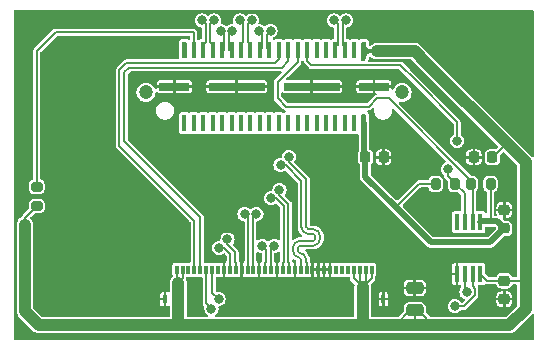
<source format=gbl>
G04 #@! TF.GenerationSoftware,KiCad,Pcbnew,8.0.4-1.fc40*
G04 #@! TF.CreationDate,2024-09-25T16:47:45-07:00*
G04 #@! TF.ProjectId,syzygy-dsi,73797a79-6779-42d6-9473-692e6b696361,A*
G04 #@! TF.SameCoordinates,Original*
G04 #@! TF.FileFunction,Copper,L4,Bot*
G04 #@! TF.FilePolarity,Positive*
%FSLAX46Y46*%
G04 Gerber Fmt 4.6, Leading zero omitted, Abs format (unit mm)*
G04 Created by KiCad (PCBNEW 8.0.4-1.fc40) date 2024-09-25 16:47:45*
%MOMM*%
%LPD*%
G01*
G04 APERTURE LIST*
G04 Aperture macros list*
%AMRoundRect*
0 Rectangle with rounded corners*
0 $1 Rounding radius*
0 $2 $3 $4 $5 $6 $7 $8 $9 X,Y pos of 4 corners*
0 Add a 4 corners polygon primitive as box body*
4,1,4,$2,$3,$4,$5,$6,$7,$8,$9,$2,$3,0*
0 Add four circle primitives for the rounded corners*
1,1,$1+$1,$2,$3*
1,1,$1+$1,$4,$5*
1,1,$1+$1,$6,$7*
1,1,$1+$1,$8,$9*
0 Add four rect primitives between the rounded corners*
20,1,$1+$1,$2,$3,$4,$5,0*
20,1,$1+$1,$4,$5,$6,$7,0*
20,1,$1+$1,$6,$7,$8,$9,0*
20,1,$1+$1,$8,$9,$2,$3,0*%
G04 Aperture macros list end*
G04 #@! TA.AperFunction,SMDPad,CuDef*
%ADD10RoundRect,0.200000X0.275000X-0.200000X0.275000X0.200000X-0.275000X0.200000X-0.275000X-0.200000X0*%
G04 #@! TD*
G04 #@! TA.AperFunction,SMDPad,CuDef*
%ADD11R,2.540000X0.640000*%
G04 #@! TD*
G04 #@! TA.AperFunction,SMDPad,CuDef*
%ADD12R,4.700000X0.640000*%
G04 #@! TD*
G04 #@! TA.AperFunction,SMDPad,CuDef*
%ADD13R,0.460000X1.450000*%
G04 #@! TD*
G04 #@! TA.AperFunction,ComponentPad*
%ADD14C,1.200000*%
G04 #@! TD*
G04 #@! TA.AperFunction,SMDPad,CuDef*
%ADD15RoundRect,0.200000X-0.200000X-0.275000X0.200000X-0.275000X0.200000X0.275000X-0.200000X0.275000X0*%
G04 #@! TD*
G04 #@! TA.AperFunction,SMDPad,CuDef*
%ADD16RoundRect,0.225000X0.225000X0.250000X-0.225000X0.250000X-0.225000X-0.250000X0.225000X-0.250000X0*%
G04 #@! TD*
G04 #@! TA.AperFunction,SMDPad,CuDef*
%ADD17RoundRect,0.225000X-0.250000X0.225000X-0.250000X-0.225000X0.250000X-0.225000X0.250000X0.225000X0*%
G04 #@! TD*
G04 #@! TA.AperFunction,SMDPad,CuDef*
%ADD18RoundRect,0.200000X0.200000X0.275000X-0.200000X0.275000X-0.200000X-0.275000X0.200000X-0.275000X0*%
G04 #@! TD*
G04 #@! TA.AperFunction,SMDPad,CuDef*
%ADD19RoundRect,0.250000X0.475000X-0.250000X0.475000X0.250000X-0.475000X0.250000X-0.475000X-0.250000X0*%
G04 #@! TD*
G04 #@! TA.AperFunction,SMDPad,CuDef*
%ADD20R,0.300000X0.800000*%
G04 #@! TD*
G04 #@! TA.AperFunction,SMDPad,CuDef*
%ADD21R,0.400000X0.800000*%
G04 #@! TD*
G04 #@! TA.AperFunction,SMDPad,CuDef*
%ADD22R,0.450000X1.450000*%
G04 #@! TD*
G04 #@! TA.AperFunction,SMDPad,CuDef*
%ADD23RoundRect,0.225000X-0.225000X-0.250000X0.225000X-0.250000X0.225000X0.250000X-0.225000X0.250000X0*%
G04 #@! TD*
G04 #@! TA.AperFunction,SMDPad,CuDef*
%ADD24RoundRect,0.225000X0.250000X-0.225000X0.250000X0.225000X-0.250000X0.225000X-0.250000X-0.225000X0*%
G04 #@! TD*
G04 #@! TA.AperFunction,ViaPad*
%ADD25C,0.800000*%
G04 #@! TD*
G04 #@! TA.AperFunction,Conductor*
%ADD26C,0.200000*%
G04 #@! TD*
G04 #@! TA.AperFunction,Conductor*
%ADD27C,1.000000*%
G04 #@! TD*
G04 #@! TA.AperFunction,Conductor*
%ADD28C,0.500000*%
G04 #@! TD*
G04 APERTURE END LIST*
D10*
G04 #@! TO.P,R1,1*
G04 #@! TO.N,+3.3V*
X122300000Y-75925000D03*
G04 #@! TO.P,R1,2*
G04 #@! TO.N,/R_GA*
X122300000Y-74275000D03*
G04 #@! TD*
D11*
G04 #@! TO.P,J1,0,GND*
G04 #@! TO.N,GND*
X133955320Y-65800000D03*
D12*
X139225320Y-65800000D03*
X145575320Y-65800000D03*
D11*
X150845320Y-65800000D03*
D13*
G04 #@! TO.P,J1,1,SCL*
G04 #@! TO.N,/MCU_SCL_USCK*
X134800320Y-68890000D03*
G04 #@! TO.P,J1,2,5V*
G04 #@! TO.N,unconnected-(J1-5V-Pad2)*
X134800320Y-62710000D03*
G04 #@! TO.P,J1,3,SDA*
G04 #@! TO.N,/MCU_SDA_MOSI*
X135600320Y-68890000D03*
G04 #@! TO.P,J1,4,R_GA*
G04 #@! TO.N,/R_GA*
X135600320Y-62710000D03*
G04 #@! TO.P,J1,5,S0_D0P*
G04 #@! TO.N,/S02_D0_P*
X136400320Y-68890000D03*
G04 #@! TO.P,J1,6,S1_D1P*
G04 #@! TO.N,/S13_D1_P*
X136400320Y-62710000D03*
G04 #@! TO.P,J1,7,S2_D0N*
G04 #@! TO.N,/S02_D0_N*
X137200320Y-68890000D03*
G04 #@! TO.P,J1,8,S3_D1N*
G04 #@! TO.N,/S13_D1_N*
X137200320Y-62710000D03*
G04 #@! TO.P,J1,9,S4_D2P*
G04 #@! TO.N,/S46_D2_P*
X138000320Y-68890000D03*
G04 #@! TO.P,J1,10,S5_D3P*
G04 #@! TO.N,/S57_D3_P*
X138000320Y-62710000D03*
G04 #@! TO.P,J1,11,S6_D2N*
G04 #@! TO.N,/S46_D2_N*
X138800320Y-68890000D03*
G04 #@! TO.P,J1,12,S7_D3N*
G04 #@! TO.N,/S57_D3_N*
X138800320Y-62710000D03*
G04 #@! TO.P,J1,13,S8_D4P*
G04 #@! TO.N,/S810_D4_P*
X139600320Y-68890000D03*
G04 #@! TO.P,J1,14,S9_D5P*
G04 #@! TO.N,/S911_D5_P*
X139600320Y-62710000D03*
G04 #@! TO.P,J1,15,S10_D4N*
G04 #@! TO.N,/S810_D4_N*
X140400320Y-68890000D03*
G04 #@! TO.P,J1,16,S11_D5N*
G04 #@! TO.N,/S911_D5_N*
X140400320Y-62710000D03*
G04 #@! TO.P,J1,17,S12_D6P*
G04 #@! TO.N,/S1214_D6_P*
X141200320Y-68890000D03*
G04 #@! TO.P,J1,18,S13_D7P*
G04 #@! TO.N,/S1315_D7_P*
X141200320Y-62710000D03*
G04 #@! TO.P,J1,19,S14_D6N*
G04 #@! TO.N,/S1214_D6_N*
X142000320Y-68890000D03*
G04 #@! TO.P,J1,20,S15_D7N*
G04 #@! TO.N,/S1315_D7_N*
X142000320Y-62710000D03*
G04 #@! TO.P,J1,21,S16*
G04 #@! TO.N,/S16*
X142800320Y-68890000D03*
G04 #@! TO.P,J1,22,S17*
G04 #@! TO.N,/S17*
X142800320Y-62710000D03*
G04 #@! TO.P,J1,23,S18*
G04 #@! TO.N,/S18*
X143600320Y-68890000D03*
G04 #@! TO.P,J1,24,S19*
G04 #@! TO.N,/S19*
X143600320Y-62710000D03*
G04 #@! TO.P,J1,25,S20*
G04 #@! TO.N,/S20*
X144400320Y-68890000D03*
G04 #@! TO.P,J1,26,S21*
G04 #@! TO.N,/S21*
X144400320Y-62710000D03*
G04 #@! TO.P,J1,27,S22*
G04 #@! TO.N,/S22*
X145200320Y-68890000D03*
G04 #@! TO.P,J1,28,S23*
G04 #@! TO.N,/S23*
X145200320Y-62710000D03*
G04 #@! TO.P,J1,29,S24*
G04 #@! TO.N,/S24*
X146000320Y-68890000D03*
G04 #@! TO.P,J1,30,S25*
G04 #@! TO.N,/S25*
X146000320Y-62710000D03*
G04 #@! TO.P,J1,31,S26*
G04 #@! TO.N,/S26*
X146800320Y-68890000D03*
G04 #@! TO.P,J1,32,S27*
G04 #@! TO.N,/S27*
X146800320Y-62710000D03*
G04 #@! TO.P,J1,33,P2C_CLKp*
G04 #@! TO.N,/P2C_CLKP*
X147600320Y-68890000D03*
G04 #@! TO.P,J1,34,C2P_CLKp*
G04 #@! TO.N,/C2P_CLK_P*
X147600320Y-62710000D03*
G04 #@! TO.P,J1,35,P2C_CLKn*
G04 #@! TO.N,/P2C_CLKN*
X148400320Y-68890000D03*
G04 #@! TO.P,J1,36,C2P_CLKn*
G04 #@! TO.N,/C2P_CLK_N*
X148400320Y-62710000D03*
G04 #@! TO.P,J1,37,RSVD*
G04 #@! TO.N,/RSVD_37*
X149200320Y-68890000D03*
G04 #@! TO.P,J1,38,RSVD*
G04 #@! TO.N,/RSVD_38*
X149200320Y-62710000D03*
G04 #@! TO.P,J1,39,VIO*
G04 #@! TO.N,VBUS*
X150000320Y-68890000D03*
G04 #@! TO.P,J1,40,+3.3V*
G04 #@! TO.N,+3.3V*
X150000320Y-62710000D03*
D14*
G04 #@! TO.P,J1,MH*
G04 #@! TO.N,N/C*
X131555320Y-66300000D03*
X153245320Y-66300000D03*
G04 #@! TD*
D15*
G04 #@! TO.P,R3,1*
G04 #@! TO.N,VBUS*
X156075000Y-74025000D03*
G04 #@! TO.P,R3,2*
G04 #@! TO.N,/S23*
X157725000Y-74025000D03*
G04 #@! TD*
D16*
G04 #@! TO.P,C3,1*
G04 #@! TO.N,+3.3V*
X160875000Y-71800000D03*
G04 #@! TO.P,C3,2*
G04 #@! TO.N,GND*
X159325000Y-71800000D03*
G04 #@! TD*
D17*
G04 #@! TO.P,C1,1*
G04 #@! TO.N,+3.3V*
X161900000Y-82250000D03*
G04 #@! TO.P,C1,2*
G04 #@! TO.N,GND*
X161900000Y-83800000D03*
G04 #@! TD*
D18*
G04 #@! TO.P,R2,1*
G04 #@! TO.N,VBUS*
X160725000Y-74025000D03*
G04 #@! TO.P,R2,2*
G04 #@! TO.N,/S21*
X159075000Y-74025000D03*
G04 #@! TD*
D19*
G04 #@! TO.P,C5,1*
G04 #@! TO.N,+3.3V*
X154300000Y-84749999D03*
G04 #@! TO.P,C5,2*
G04 #@! TO.N,GND*
X154300000Y-82850001D03*
G04 #@! TD*
D20*
G04 #@! TO.P,J2,1,1*
G04 #@! TO.N,+3.3V*
X134150320Y-81300000D03*
G04 #@! TO.P,J2,2,2*
X134650320Y-81300000D03*
G04 #@! TO.P,J2,3,3*
G04 #@! TO.N,unconnected-(J2-Pad3)*
X135150320Y-81300000D03*
G04 #@! TO.P,J2,4,4*
G04 #@! TO.N,/S17*
X135650320Y-81300000D03*
G04 #@! TO.P,J2,5,5*
G04 #@! TO.N,/S19*
X136150320Y-81300000D03*
G04 #@! TO.P,J2,6,6*
G04 #@! TO.N,/SDA*
X136650320Y-81300000D03*
G04 #@! TO.P,J2,7,7*
G04 #@! TO.N,/SCL*
X137150320Y-81300000D03*
G04 #@! TO.P,J2,8,8*
G04 #@! TO.N,unconnected-(J2-Pad8)*
X137650320Y-81300000D03*
G04 #@! TO.P,J2,9,9*
G04 #@! TO.N,GND*
X138150320Y-81300000D03*
G04 #@! TO.P,J2,10,10*
G04 #@! TO.N,/S13_D1_P*
X138650320Y-81300000D03*
G04 #@! TO.P,J2,11,11*
G04 #@! TO.N,/S13_D1_N*
X139150320Y-81300000D03*
G04 #@! TO.P,J2,12,12*
G04 #@! TO.N,GND*
X139650320Y-81300000D03*
G04 #@! TO.P,J2,13,13*
G04 #@! TO.N,/S57_D3_P*
X140150320Y-81300000D03*
G04 #@! TO.P,J2,14,14*
G04 #@! TO.N,/S57_D3_N*
X140650320Y-81300000D03*
G04 #@! TO.P,J2,15,15*
G04 #@! TO.N,GND*
X141150320Y-81300000D03*
G04 #@! TO.P,J2,16,16*
G04 #@! TO.N,/C2P_CLK_P*
X141650320Y-81300000D03*
G04 #@! TO.P,J2,17,17*
G04 #@! TO.N,/C2P_CLK_N*
X142150320Y-81300000D03*
G04 #@! TO.P,J2,18,18*
G04 #@! TO.N,GND*
X142650320Y-81300000D03*
G04 #@! TO.P,J2,19,19*
G04 #@! TO.N,/S911_D5_P*
X143150320Y-81300000D03*
G04 #@! TO.P,J2,20,20*
G04 #@! TO.N,/S911_D5_N*
X143650320Y-81300000D03*
G04 #@! TO.P,J2,21,21*
G04 #@! TO.N,GND*
X144150320Y-81300000D03*
G04 #@! TO.P,J2,22,22*
G04 #@! TO.N,/S1315_D7_P*
X144650320Y-81300000D03*
G04 #@! TO.P,J2,23,23*
G04 #@! TO.N,/S1315_D7_N*
X145150320Y-81300000D03*
G04 #@! TO.P,J2,24,24*
G04 #@! TO.N,GND*
X145650320Y-81300000D03*
G04 #@! TO.P,J2,25,25*
X146150320Y-81300000D03*
G04 #@! TO.P,J2,26,26*
X146650320Y-81300000D03*
G04 #@! TO.P,J2,27,27*
X147150320Y-81300000D03*
G04 #@! TO.P,J2,28,28*
G04 #@! TO.N,unconnected-(J2-Pad28)*
X147650320Y-81300000D03*
G04 #@! TO.P,J2,29,29*
G04 #@! TO.N,unconnected-(J2-Pad29)*
X148150320Y-81300000D03*
G04 #@! TO.P,J2,30,30*
G04 #@! TO.N,unconnected-(J2-Pad30)*
X148650320Y-81300000D03*
G04 #@! TO.P,J2,31,31*
G04 #@! TO.N,+3.3V*
X149150320Y-81300000D03*
G04 #@! TO.P,J2,32,32*
X149650320Y-81300000D03*
G04 #@! TO.P,J2,33,33*
X150150320Y-81300000D03*
G04 #@! TO.P,J2,34,34*
X150650320Y-81300000D03*
D21*
G04 #@! TO.P,J2,S1,SHIELD*
G04 #@! TO.N,GND*
X133150320Y-83800000D03*
G04 #@! TO.P,J2,S2,SHIELD__1*
X151650320Y-83800000D03*
G04 #@! TD*
D22*
G04 #@! TO.P,U1,1,VCCA*
G04 #@! TO.N,+3.3V*
X159850000Y-81661048D03*
G04 #@! TO.P,U1,2,SCLA*
G04 #@! TO.N,/SCL*
X159200000Y-81661048D03*
G04 #@! TO.P,U1,3,SDAA*
G04 #@! TO.N,/SDA*
X158550000Y-81661048D03*
G04 #@! TO.P,U1,4,GND*
G04 #@! TO.N,GND*
X157900000Y-81661048D03*
G04 #@! TO.P,U1,5,EN*
G04 #@! TO.N,unconnected-(U1-EN-Pad5)*
X157900000Y-77261048D03*
G04 #@! TO.P,U1,6,SDAB*
G04 #@! TO.N,/S23*
X158550000Y-77261048D03*
G04 #@! TO.P,U1,7,SCLB*
G04 #@! TO.N,/S21*
X159200000Y-77261048D03*
G04 #@! TO.P,U1,8,VCCB*
G04 #@! TO.N,VBUS*
X159850000Y-77261048D03*
G04 #@! TD*
D23*
G04 #@! TO.P,C4,1*
G04 #@! TO.N,VBUS*
X150125000Y-71800000D03*
G04 #@! TO.P,C4,2*
G04 #@! TO.N,GND*
X151675000Y-71800000D03*
G04 #@! TD*
D24*
G04 #@! TO.P,C2,1*
G04 #@! TO.N,VBUS*
X161900000Y-77800000D03*
G04 #@! TO.P,C2,2*
G04 #@! TO.N,GND*
X161900000Y-76250000D03*
G04 #@! TD*
D25*
G04 #@! TO.N,GND*
X135700000Y-83000000D03*
X145900000Y-66800000D03*
X139300000Y-73200000D03*
X145900000Y-64800000D03*
X133900000Y-66800000D03*
X132300000Y-65000000D03*
X133500000Y-62800000D03*
X155900000Y-76400000D03*
G04 #@! TO.N,/S23*
X157100000Y-72800000D03*
X157900000Y-70400000D03*
G04 #@! TO.N,/C2P_CLK_N*
X142400320Y-79300000D03*
X148500000Y-60200000D03*
G04 #@! TO.N,/C2P_CLK_P*
X141400320Y-79300000D03*
X147500000Y-60200000D03*
G04 #@! TO.N,/SCL*
X137700000Y-83800000D03*
X157700000Y-84400000D03*
G04 #@! TO.N,/SDA*
X158700000Y-83200000D03*
X137100000Y-84600000D03*
G04 #@! TO.N,/S911_D5_P*
X142146446Y-75253554D03*
X139500000Y-60200000D03*
G04 #@! TO.N,/S57_D3_P*
X139900320Y-76600000D03*
X137879488Y-61105463D03*
G04 #@! TO.N,/S57_D3_N*
X138879488Y-61105463D03*
X140900320Y-76600000D03*
G04 #@! TO.N,/S1315_D7_N*
X143653554Y-71746446D03*
X142100000Y-61088588D03*
G04 #@! TO.N,/S13_D1_N*
X137300000Y-60200000D03*
X138453554Y-78746446D03*
G04 #@! TO.N,/S1315_D7_P*
X142946446Y-72453554D03*
X141100000Y-61088588D03*
G04 #@! TO.N,/S911_D5_N*
X140500000Y-60200000D03*
X142853554Y-74546446D03*
G04 #@! TO.N,/S13_D1_P*
X137746446Y-79453554D03*
X136300000Y-60200000D03*
G04 #@! TD*
D26*
G04 #@! TO.N,/R_GA*
X135500000Y-61200000D02*
X135600320Y-61300320D01*
X135600320Y-61300320D02*
X135600320Y-62710000D01*
X122300000Y-74275000D02*
X122300000Y-62800000D01*
X123900000Y-61200000D02*
X135500000Y-61200000D01*
X122300000Y-62800000D02*
X123900000Y-61200000D01*
G04 #@! TO.N,/S23*
X145565320Y-64000000D02*
X146100000Y-64000000D01*
X145200320Y-62710000D02*
X145200320Y-63635000D01*
X157100000Y-72800000D02*
X157100000Y-73400000D01*
X154300000Y-65200000D02*
X157900000Y-68800000D01*
X157900000Y-68800000D02*
X157900000Y-70400000D01*
X157100000Y-73400000D02*
X157725000Y-74025000D01*
X158550000Y-74850000D02*
X157725000Y-74025000D01*
X158550000Y-77261048D02*
X158550000Y-74850000D01*
X145200320Y-63635000D02*
X145565320Y-64000000D01*
X146100000Y-64000000D02*
X153100000Y-64000000D01*
X153100000Y-64000000D02*
X154300000Y-65200000D01*
G04 #@! TO.N,/S21*
X159075000Y-73775000D02*
X159075000Y-74025000D01*
X150400000Y-67500000D02*
X151100000Y-66800000D01*
X142700000Y-66800000D02*
X143400000Y-67500000D01*
X142700000Y-65400000D02*
X142700000Y-66800000D01*
X159200000Y-77261048D02*
X159200000Y-74150000D01*
X144400320Y-62710000D02*
X144400320Y-63699680D01*
X159200000Y-74150000D02*
X159075000Y-74025000D01*
X143400000Y-67500000D02*
X150400000Y-67500000D01*
X144400320Y-63699680D02*
X142700000Y-65400000D01*
X151100000Y-66800000D02*
X152100000Y-66800000D01*
X152100000Y-66800000D02*
X159075000Y-73775000D01*
G04 #@! TO.N,/S19*
X136150320Y-76850320D02*
X136150320Y-81300000D01*
X143035320Y-64200000D02*
X130100000Y-64200000D01*
X129700000Y-64600000D02*
X129700000Y-70400000D01*
X143600320Y-62710000D02*
X143600320Y-63635000D01*
X143600320Y-63635000D02*
X143035320Y-64200000D01*
X130100000Y-64200000D02*
X129700000Y-64600000D01*
X129700000Y-70400000D02*
X136150320Y-76850320D01*
G04 #@! TO.N,/S17*
X142465320Y-63800000D02*
X142800320Y-63465000D01*
X129300000Y-64400000D02*
X129900000Y-63800000D01*
X129900000Y-63800000D02*
X142465320Y-63800000D01*
X129300000Y-70800000D02*
X129300000Y-64400000D01*
X142800320Y-63465000D02*
X142800320Y-62710000D01*
X135650320Y-81300000D02*
X135650320Y-77150320D01*
X135650320Y-77150320D02*
X129300000Y-70800000D01*
D27*
G04 #@! TO.N,+3.3V*
X155300000Y-63800000D02*
X162100000Y-70600000D01*
X155300000Y-86000000D02*
X154500000Y-86000000D01*
X160300000Y-86000000D02*
X155300000Y-86000000D01*
D26*
X154649999Y-84749999D02*
X155300000Y-85400000D01*
X122300000Y-75925000D02*
X121300000Y-76925000D01*
D27*
X121300000Y-84800000D02*
X121300000Y-77500000D01*
D26*
X134650320Y-81300000D02*
X134650320Y-82049680D01*
D27*
X163700000Y-82200000D02*
X163700000Y-84600000D01*
D26*
X149150320Y-81300000D02*
X149150320Y-82050320D01*
X151010000Y-62710000D02*
X151100000Y-62800000D01*
D27*
X149900000Y-86000000D02*
X134300000Y-86000000D01*
D26*
X153950001Y-84749999D02*
X152700000Y-86000000D01*
X160438952Y-82250000D02*
X159850000Y-81661048D01*
D27*
X162100000Y-70600000D02*
X163700000Y-72200000D01*
D26*
X134150320Y-82250320D02*
X134300000Y-82400000D01*
D27*
X162300000Y-86000000D02*
X160300000Y-86000000D01*
X163700000Y-72200000D02*
X163700000Y-82200000D01*
D26*
X154300000Y-84749999D02*
X153950001Y-84749999D01*
X134650320Y-82049680D02*
X134300000Y-82400000D01*
X161900000Y-82250000D02*
X160438952Y-82250000D01*
D27*
X163700000Y-84600000D02*
X162300000Y-86000000D01*
D26*
X150650320Y-82049680D02*
X149900000Y-82800000D01*
X163650000Y-82250000D02*
X161900000Y-82250000D01*
X134150320Y-81300000D02*
X134150320Y-82250320D01*
D27*
X149900000Y-82800000D02*
X149900000Y-86000000D01*
X151300000Y-86000000D02*
X149900000Y-86000000D01*
X154500000Y-86000000D02*
X152700000Y-86000000D01*
D26*
X154300000Y-85800000D02*
X154500000Y-86000000D01*
X150150320Y-81300000D02*
X150150320Y-82549680D01*
X149650320Y-81300000D02*
X149650320Y-82550320D01*
X154300000Y-84749999D02*
X154300000Y-85800000D01*
X149150320Y-82050320D02*
X149900000Y-82800000D01*
X154300000Y-84749999D02*
X154649999Y-84749999D01*
X155300000Y-85400000D02*
X155300000Y-86000000D01*
D27*
X134300000Y-82400000D02*
X134300000Y-86000000D01*
X122500000Y-86000000D02*
X121300000Y-84800000D01*
D26*
X160900000Y-71800000D02*
X162100000Y-70600000D01*
X163700000Y-82200000D02*
X163650000Y-82250000D01*
X150150320Y-82549680D02*
X149900000Y-82800000D01*
X150000320Y-62710000D02*
X151010000Y-62710000D01*
X121300000Y-76925000D02*
X121300000Y-77500000D01*
X149650320Y-82550320D02*
X149900000Y-82800000D01*
X160875000Y-71800000D02*
X160900000Y-71800000D01*
D27*
X151100000Y-62800000D02*
X154300000Y-62800000D01*
X134300000Y-86000000D02*
X122500000Y-86000000D01*
X154300000Y-62800000D02*
X155300000Y-63800000D01*
X152700000Y-86000000D02*
X151300000Y-86000000D01*
D26*
X150650320Y-81300000D02*
X150650320Y-82049680D01*
G04 #@! TO.N,/C2P_CLK_N*
X142150320Y-80699999D02*
X142100320Y-80649999D01*
X142150320Y-81300000D02*
X142150320Y-80699999D01*
X148500000Y-60200000D02*
X148200000Y-60500000D01*
X142100320Y-80649999D02*
X142100320Y-79600000D01*
X142100320Y-79600000D02*
X142400320Y-79300000D01*
X148200000Y-60500000D02*
X148200000Y-62300000D01*
G04 #@! TO.N,/C2P_CLK_P*
X141700320Y-80649999D02*
X141700320Y-79600000D01*
X141650320Y-81300000D02*
X141650320Y-80699999D01*
X147800000Y-60500000D02*
X147800000Y-62300000D01*
X141650320Y-80699999D02*
X141700320Y-80649999D01*
X147500000Y-60200000D02*
X147800000Y-60500000D01*
X141700320Y-79600000D02*
X141400320Y-79300000D01*
D28*
G04 #@! TO.N,VBUS*
X161900000Y-77800000D02*
X161300000Y-77200000D01*
D26*
X154675000Y-74025000D02*
X152700000Y-76000000D01*
D28*
X150125000Y-73425000D02*
X152700000Y-76000000D01*
D26*
X160725000Y-74025000D02*
X160725000Y-77175000D01*
D28*
X150000320Y-71675320D02*
X150125000Y-71800000D01*
X155700000Y-79000000D02*
X160700000Y-79000000D01*
X150125000Y-71800000D02*
X150125000Y-73425000D01*
X160700000Y-77200000D02*
X159911048Y-77200000D01*
X159911048Y-77200000D02*
X159875000Y-77236048D01*
X159875000Y-77236048D02*
X159875000Y-77261048D01*
X152700000Y-76000000D02*
X155700000Y-79000000D01*
X150000320Y-68890000D02*
X150000320Y-71675320D01*
D26*
X156075000Y-74025000D02*
X154675000Y-74025000D01*
D28*
X161300000Y-77200000D02*
X160700000Y-77200000D01*
X160700000Y-79000000D02*
X161900000Y-77800000D01*
D26*
X160725000Y-77175000D02*
X160700000Y-77200000D01*
G04 #@! TO.N,/SCL*
X159200000Y-81661048D02*
X159200000Y-82710050D01*
X158489950Y-84400000D02*
X157700000Y-84400000D01*
X137150320Y-81300000D02*
X137150320Y-83250320D01*
X159200000Y-82710050D02*
X159400000Y-82910050D01*
X159400000Y-83489950D02*
X158489950Y-84400000D01*
X159400000Y-82910050D02*
X159400000Y-83489950D01*
X137150320Y-83250320D02*
X137700000Y-83800000D01*
G04 #@! TO.N,/SDA*
X136650320Y-84150320D02*
X137100000Y-84600000D01*
X158550000Y-81661048D02*
X158550000Y-83050000D01*
X158550000Y-83050000D02*
X158700000Y-83200000D01*
X136650320Y-81300000D02*
X136650320Y-84150320D01*
G04 #@! TO.N,/S911_D5_P*
X139600320Y-62215000D02*
X139600320Y-62710000D01*
X139800320Y-61776661D02*
X139800320Y-62015000D01*
X143200320Y-80649999D02*
X143200320Y-75883163D01*
X143200320Y-75883163D02*
X142570711Y-75253554D01*
X139800000Y-61776341D02*
X139800320Y-61776661D01*
X143150320Y-81300000D02*
X143150320Y-80699999D01*
X143150320Y-80699999D02*
X143200320Y-80649999D01*
X139500000Y-60200000D02*
X139800000Y-60500000D01*
X142570711Y-75253554D02*
X142146446Y-75253554D01*
X139800000Y-60500000D02*
X139800000Y-61776341D01*
X139800320Y-62015000D02*
X139600320Y-62215000D01*
G04 #@! TO.N,/S57_D3_P*
X140200320Y-76900000D02*
X139900320Y-76600000D01*
X140150320Y-80699999D02*
X140200320Y-80649999D01*
X137879488Y-61105463D02*
X138179488Y-61405463D01*
X140200320Y-80649999D02*
X140200320Y-76900000D01*
X138179488Y-61405463D02*
X138179488Y-62700000D01*
X140150320Y-81300000D02*
X140150320Y-80699999D01*
G04 #@! TO.N,/S57_D3_N*
X140600320Y-80649999D02*
X140600320Y-76900000D01*
X140650320Y-81300000D02*
X140650320Y-80699999D01*
X138879488Y-61105463D02*
X138579488Y-61405463D01*
X140600320Y-76900000D02*
X140900320Y-76600000D01*
X140650320Y-80699999D02*
X140600320Y-80649999D01*
X138579488Y-61405463D02*
X138579488Y-62700000D01*
G04 #@! TO.N,/S1315_D7_N*
X145700320Y-77877714D02*
X145300320Y-77877714D01*
X144700320Y-79277714D02*
X145700320Y-79277714D01*
X144550320Y-79277714D02*
X144700320Y-79277714D01*
X141800320Y-62200320D02*
X141800320Y-62510000D01*
X146300320Y-78677714D02*
X146300320Y-78477714D01*
X141800320Y-62510000D02*
X142000320Y-62710000D01*
X145150320Y-80699999D02*
X145100320Y-80649999D01*
X145100320Y-77677714D02*
X145100320Y-77477714D01*
X145100320Y-80649999D02*
X145100320Y-80427714D01*
X142100000Y-61088588D02*
X141800000Y-61388588D01*
X144400320Y-79727714D02*
X144400320Y-79427714D01*
X145100320Y-73617477D02*
X143653554Y-72170711D01*
X141800000Y-62200000D02*
X141800320Y-62200320D01*
X145150320Y-81300000D02*
X145150320Y-80699999D01*
X143653554Y-72170711D02*
X143653554Y-71746446D01*
X145100320Y-77477714D02*
X145100320Y-76900000D01*
X145100320Y-76900000D02*
X145100320Y-73617477D01*
X141800000Y-61388588D02*
X141800000Y-62200000D01*
X144550320Y-79877714D02*
G75*
G02*
X144400286Y-79727714I-20J150014D01*
G01*
X146300320Y-78477714D02*
G75*
G03*
X145700320Y-77877680I-600020J14D01*
G01*
X145700320Y-79277714D02*
G75*
G03*
X146300314Y-78677714I-20J600014D01*
G01*
X145300320Y-77877714D02*
G75*
G02*
X145100286Y-77677714I-20J200014D01*
G01*
X145100320Y-80427714D02*
G75*
G03*
X144550320Y-79877680I-550020J14D01*
G01*
X144400320Y-79427714D02*
G75*
G02*
X144550320Y-79277720I149980J14D01*
G01*
G04 #@! TO.N,/S13_D1_N*
X138453554Y-79170711D02*
X138453554Y-78746446D01*
X137300000Y-60200000D02*
X137000000Y-60500000D01*
X137000320Y-62015000D02*
X137200320Y-62215000D01*
X137000000Y-60500000D02*
X137000000Y-61786013D01*
X139150320Y-81300000D02*
X139150320Y-80699999D01*
X139100320Y-79817477D02*
X138453554Y-79170711D01*
X139150320Y-80699999D02*
X139100320Y-80649999D01*
X139100320Y-80649999D02*
X139100320Y-79817477D01*
X137000000Y-61786013D02*
X137000320Y-61786333D01*
X137000320Y-61786333D02*
X137000320Y-62015000D01*
X137200320Y-62215000D02*
X137200320Y-62710000D01*
G04 #@! TO.N,/S1315_D7_P*
X144650320Y-80699999D02*
X144700320Y-80649999D01*
X144550320Y-78877714D02*
X144700320Y-78877714D01*
X141400000Y-61388588D02*
X141400000Y-62353072D01*
X144700320Y-77677714D02*
X144700320Y-77477714D01*
X141400000Y-62353072D02*
X141400320Y-62353392D01*
X141400320Y-62353392D02*
X141400320Y-62510000D01*
X144700320Y-80649999D02*
X144700320Y-80427714D01*
X144700320Y-76900000D02*
X144700320Y-73783163D01*
X144700320Y-73783163D02*
X143370711Y-72453554D01*
X145900320Y-78677714D02*
X145900320Y-78477714D01*
X144650320Y-81300000D02*
X144650320Y-80699999D01*
X145700320Y-78277714D02*
X145300320Y-78277714D01*
X143370711Y-72453554D02*
X142946446Y-72453554D01*
X144700320Y-78877714D02*
X145700320Y-78877714D01*
X144000320Y-79727714D02*
X144000320Y-79427714D01*
X141100000Y-61088588D02*
X141400000Y-61388588D01*
X144700320Y-77477714D02*
X144700320Y-76900000D01*
X141400320Y-62510000D02*
X141200320Y-62710000D01*
X145900320Y-78477714D02*
G75*
G03*
X145700320Y-78277680I-200020J14D01*
G01*
X144700320Y-80427714D02*
G75*
G03*
X144550320Y-80277680I-150020J14D01*
G01*
X145300320Y-78277714D02*
G75*
G02*
X144700286Y-77677714I-20J600014D01*
G01*
X144000320Y-79427714D02*
G75*
G02*
X144550320Y-78877720I549980J14D01*
G01*
X144550320Y-80277714D02*
G75*
G02*
X144000286Y-79727714I-20J550014D01*
G01*
X145700320Y-78877714D02*
G75*
G03*
X145900314Y-78677714I-20J200014D01*
G01*
G04 #@! TO.N,/S911_D5_N*
X143600320Y-75717477D02*
X142853554Y-74970711D01*
X140500000Y-60200000D02*
X140200000Y-60500000D01*
X143650320Y-80699999D02*
X143600320Y-80649999D01*
X143600320Y-80649999D02*
X143600320Y-75717477D01*
X143650320Y-81300000D02*
X143650320Y-80699999D01*
X140200320Y-62015000D02*
X140400320Y-62215000D01*
X142853554Y-74970711D02*
X142853554Y-74546446D01*
X140200000Y-60500000D02*
X140200000Y-61623269D01*
X140200320Y-61623589D02*
X140200320Y-62015000D01*
X140400320Y-62215000D02*
X140400320Y-62710000D01*
X140200000Y-61623269D02*
X140200320Y-61623589D01*
G04 #@! TO.N,/S13_D1_P*
X136400320Y-62215000D02*
X136400320Y-62710000D01*
X136600000Y-60500000D02*
X136600000Y-61939085D01*
X138700320Y-79983163D02*
X138170711Y-79453554D01*
X136600320Y-62015000D02*
X136400320Y-62215000D01*
X138170711Y-79453554D02*
X137746446Y-79453554D01*
X138650320Y-80699999D02*
X138700320Y-80649999D01*
X136600000Y-61939085D02*
X136600320Y-61939405D01*
X138650320Y-81300000D02*
X138650320Y-80699999D01*
X138700320Y-80649999D02*
X138700320Y-79983163D01*
X136600320Y-61939405D02*
X136600320Y-62015000D01*
X136300000Y-60200000D02*
X136600000Y-60500000D01*
G04 #@! TD*
G04 #@! TA.AperFunction,Conductor*
G04 #@! TO.N,GND*
G36*
X164358691Y-59319407D02*
G01*
X164394655Y-59368907D01*
X164399500Y-59399500D01*
X164399500Y-71669835D01*
X164380593Y-71728026D01*
X164331093Y-71763990D01*
X164269907Y-71763990D01*
X164230496Y-71739839D01*
X155746543Y-63255886D01*
X155251092Y-62760435D01*
X154746543Y-62255886D01*
X154722043Y-62239516D01*
X154631808Y-62179223D01*
X154504328Y-62126420D01*
X154368996Y-62099500D01*
X154368994Y-62099500D01*
X154368993Y-62099500D01*
X151031007Y-62099500D01*
X151031004Y-62099500D01*
X150895672Y-62126420D01*
X150895670Y-62126420D01*
X150768193Y-62179222D01*
X150768182Y-62179228D01*
X150653458Y-62255885D01*
X150653454Y-62255889D01*
X150599824Y-62309520D01*
X150545307Y-62337297D01*
X150484875Y-62327726D01*
X150441610Y-62284461D01*
X150430820Y-62239516D01*
X150430820Y-61965253D01*
X150430818Y-61965241D01*
X150428031Y-61951231D01*
X150419187Y-61906769D01*
X150374872Y-61840448D01*
X150374868Y-61840445D01*
X150308553Y-61796134D01*
X150308551Y-61796133D01*
X150308548Y-61796132D01*
X150308547Y-61796132D01*
X150250078Y-61784501D01*
X150250068Y-61784500D01*
X149750572Y-61784500D01*
X149750571Y-61784500D01*
X149750561Y-61784501D01*
X149692092Y-61796132D01*
X149692086Y-61796134D01*
X149655322Y-61820700D01*
X149596434Y-61837309D01*
X149545318Y-61820700D01*
X149508553Y-61796134D01*
X149508551Y-61796133D01*
X149508548Y-61796132D01*
X149508547Y-61796132D01*
X149450078Y-61784501D01*
X149450068Y-61784500D01*
X148950572Y-61784500D01*
X148950571Y-61784500D01*
X148950561Y-61784501D01*
X148892092Y-61796132D01*
X148892086Y-61796134D01*
X148855322Y-61820700D01*
X148796434Y-61837309D01*
X148745318Y-61820700D01*
X148708553Y-61796134D01*
X148708551Y-61796133D01*
X148708548Y-61796132D01*
X148708547Y-61796132D01*
X148650078Y-61784501D01*
X148650068Y-61784500D01*
X148650067Y-61784500D01*
X148599500Y-61784500D01*
X148541309Y-61765593D01*
X148505345Y-61716093D01*
X148500500Y-61685500D01*
X148500500Y-60892436D01*
X148519407Y-60834245D01*
X148568907Y-60798281D01*
X148586572Y-60794284D01*
X148656762Y-60785044D01*
X148802841Y-60724536D01*
X148928282Y-60628282D01*
X149024536Y-60502841D01*
X149085044Y-60356762D01*
X149105682Y-60200000D01*
X149085044Y-60043238D01*
X149024537Y-59897161D01*
X149024537Y-59897160D01*
X148928286Y-59771723D01*
X148928285Y-59771722D01*
X148928282Y-59771718D01*
X148928277Y-59771714D01*
X148928276Y-59771713D01*
X148802838Y-59675462D01*
X148656766Y-59614957D01*
X148656758Y-59614955D01*
X148500001Y-59594318D01*
X148499999Y-59594318D01*
X148343241Y-59614955D01*
X148343233Y-59614957D01*
X148197161Y-59675462D01*
X148197160Y-59675462D01*
X148071715Y-59771719D01*
X148069998Y-59773437D01*
X148068449Y-59774225D01*
X148066570Y-59775668D01*
X148066302Y-59775319D01*
X148015479Y-59801210D01*
X147955048Y-59791634D01*
X147930002Y-59773437D01*
X147928284Y-59771719D01*
X147802838Y-59675462D01*
X147656766Y-59614957D01*
X147656758Y-59614955D01*
X147500001Y-59594318D01*
X147499999Y-59594318D01*
X147343241Y-59614955D01*
X147343233Y-59614957D01*
X147197161Y-59675462D01*
X147197160Y-59675462D01*
X147071723Y-59771713D01*
X147071713Y-59771723D01*
X146975462Y-59897160D01*
X146975462Y-59897161D01*
X146914957Y-60043233D01*
X146914955Y-60043241D01*
X146894318Y-60199999D01*
X146894318Y-60200000D01*
X146914955Y-60356758D01*
X146914957Y-60356766D01*
X146975462Y-60502838D01*
X146975462Y-60502839D01*
X147035381Y-60580927D01*
X147071718Y-60628282D01*
X147197159Y-60724536D01*
X147343238Y-60785044D01*
X147413422Y-60794283D01*
X147468646Y-60820623D01*
X147497842Y-60874394D01*
X147499500Y-60892436D01*
X147499500Y-61685500D01*
X147480593Y-61743691D01*
X147431093Y-61779655D01*
X147400500Y-61784500D01*
X147350572Y-61784500D01*
X147350571Y-61784500D01*
X147350561Y-61784501D01*
X147292092Y-61796132D01*
X147292086Y-61796134D01*
X147255322Y-61820700D01*
X147196434Y-61837309D01*
X147145318Y-61820700D01*
X147108553Y-61796134D01*
X147108551Y-61796133D01*
X147108548Y-61796132D01*
X147108547Y-61796132D01*
X147050078Y-61784501D01*
X147050068Y-61784500D01*
X146550572Y-61784500D01*
X146550571Y-61784500D01*
X146550561Y-61784501D01*
X146492092Y-61796132D01*
X146492086Y-61796134D01*
X146455322Y-61820700D01*
X146396434Y-61837309D01*
X146345318Y-61820700D01*
X146308553Y-61796134D01*
X146308551Y-61796133D01*
X146308548Y-61796132D01*
X146308547Y-61796132D01*
X146250078Y-61784501D01*
X146250068Y-61784500D01*
X145750572Y-61784500D01*
X145750571Y-61784500D01*
X145750561Y-61784501D01*
X145692092Y-61796132D01*
X145692086Y-61796134D01*
X145655322Y-61820700D01*
X145596434Y-61837309D01*
X145545318Y-61820700D01*
X145508553Y-61796134D01*
X145508551Y-61796133D01*
X145508548Y-61796132D01*
X145508547Y-61796132D01*
X145450078Y-61784501D01*
X145450068Y-61784500D01*
X144950572Y-61784500D01*
X144950571Y-61784500D01*
X144950561Y-61784501D01*
X144892092Y-61796132D01*
X144892086Y-61796134D01*
X144855322Y-61820700D01*
X144796434Y-61837309D01*
X144745318Y-61820700D01*
X144708553Y-61796134D01*
X144708551Y-61796133D01*
X144708548Y-61796132D01*
X144708547Y-61796132D01*
X144650078Y-61784501D01*
X144650068Y-61784500D01*
X144150572Y-61784500D01*
X144150571Y-61784500D01*
X144150561Y-61784501D01*
X144092092Y-61796132D01*
X144092086Y-61796134D01*
X144055322Y-61820700D01*
X143996434Y-61837309D01*
X143945318Y-61820700D01*
X143908553Y-61796134D01*
X143908551Y-61796133D01*
X143908548Y-61796132D01*
X143908547Y-61796132D01*
X143850078Y-61784501D01*
X143850068Y-61784500D01*
X143350572Y-61784500D01*
X143350571Y-61784500D01*
X143350561Y-61784501D01*
X143292092Y-61796132D01*
X143292086Y-61796134D01*
X143255322Y-61820700D01*
X143196434Y-61837309D01*
X143145318Y-61820700D01*
X143108553Y-61796134D01*
X143108551Y-61796133D01*
X143108548Y-61796132D01*
X143108547Y-61796132D01*
X143050078Y-61784501D01*
X143050068Y-61784500D01*
X142550572Y-61784500D01*
X142550571Y-61784500D01*
X142550561Y-61784501D01*
X142492092Y-61796132D01*
X142492086Y-61796134D01*
X142455322Y-61820700D01*
X142396434Y-61837309D01*
X142345318Y-61820700D01*
X142329556Y-61810168D01*
X142291677Y-61762118D01*
X142289275Y-61700980D01*
X142323268Y-61650106D01*
X142346667Y-61636391D01*
X142402841Y-61613124D01*
X142528282Y-61516870D01*
X142624536Y-61391429D01*
X142685044Y-61245350D01*
X142705682Y-61088588D01*
X142685044Y-60931826D01*
X142624537Y-60785749D01*
X142624537Y-60785748D01*
X142528286Y-60660311D01*
X142528285Y-60660310D01*
X142528282Y-60660306D01*
X142528277Y-60660302D01*
X142528276Y-60660301D01*
X142402838Y-60564050D01*
X142256766Y-60503545D01*
X142256758Y-60503543D01*
X142100001Y-60482906D01*
X142099999Y-60482906D01*
X141943241Y-60503543D01*
X141943233Y-60503545D01*
X141797161Y-60564050D01*
X141797160Y-60564050D01*
X141671715Y-60660307D01*
X141669998Y-60662025D01*
X141668449Y-60662813D01*
X141666570Y-60664256D01*
X141666302Y-60663907D01*
X141615479Y-60689798D01*
X141555048Y-60680222D01*
X141530002Y-60662025D01*
X141528284Y-60660307D01*
X141402838Y-60564050D01*
X141256766Y-60503545D01*
X141256759Y-60503543D01*
X141164183Y-60491355D01*
X141108958Y-60465013D01*
X141079764Y-60411242D01*
X141084794Y-60363413D01*
X141083364Y-60363030D01*
X141085042Y-60356766D01*
X141085044Y-60356762D01*
X141105682Y-60200000D01*
X141085044Y-60043238D01*
X141024537Y-59897161D01*
X141024537Y-59897160D01*
X140928286Y-59771723D01*
X140928285Y-59771722D01*
X140928282Y-59771718D01*
X140928277Y-59771714D01*
X140928276Y-59771713D01*
X140802838Y-59675462D01*
X140656766Y-59614957D01*
X140656758Y-59614955D01*
X140500001Y-59594318D01*
X140499999Y-59594318D01*
X140343241Y-59614955D01*
X140343233Y-59614957D01*
X140197161Y-59675462D01*
X140197160Y-59675462D01*
X140071715Y-59771719D01*
X140069998Y-59773437D01*
X140068449Y-59774225D01*
X140066570Y-59775668D01*
X140066302Y-59775319D01*
X140015479Y-59801210D01*
X139955048Y-59791634D01*
X139930002Y-59773437D01*
X139928284Y-59771719D01*
X139802838Y-59675462D01*
X139656766Y-59614957D01*
X139656758Y-59614955D01*
X139500001Y-59594318D01*
X139499999Y-59594318D01*
X139343241Y-59614955D01*
X139343233Y-59614957D01*
X139197161Y-59675462D01*
X139197160Y-59675462D01*
X139071723Y-59771713D01*
X139071713Y-59771723D01*
X138975462Y-59897160D01*
X138975462Y-59897161D01*
X138914957Y-60043233D01*
X138914955Y-60043241D01*
X138894318Y-60199999D01*
X138894318Y-60200000D01*
X138914955Y-60356758D01*
X138914957Y-60356767D01*
X138919925Y-60368759D01*
X138924725Y-60429756D01*
X138892756Y-60481925D01*
X138841384Y-60504797D01*
X138722728Y-60520418D01*
X138722721Y-60520420D01*
X138576649Y-60580925D01*
X138576648Y-60580925D01*
X138451203Y-60677182D01*
X138449486Y-60678900D01*
X138447937Y-60679688D01*
X138446058Y-60681131D01*
X138445790Y-60680782D01*
X138394967Y-60706673D01*
X138334536Y-60697097D01*
X138309490Y-60678900D01*
X138307772Y-60677182D01*
X138182326Y-60580925D01*
X138036254Y-60520420D01*
X138036246Y-60520418D01*
X137956495Y-60509919D01*
X137901270Y-60483578D01*
X137872075Y-60429807D01*
X137877952Y-60373881D01*
X137885044Y-60356762D01*
X137905682Y-60200000D01*
X137885044Y-60043238D01*
X137824537Y-59897161D01*
X137824537Y-59897160D01*
X137728286Y-59771723D01*
X137728285Y-59771722D01*
X137728282Y-59771718D01*
X137728277Y-59771714D01*
X137728276Y-59771713D01*
X137602838Y-59675462D01*
X137456766Y-59614957D01*
X137456758Y-59614955D01*
X137300001Y-59594318D01*
X137299999Y-59594318D01*
X137143241Y-59614955D01*
X137143233Y-59614957D01*
X136997161Y-59675462D01*
X136997160Y-59675462D01*
X136871715Y-59771719D01*
X136869998Y-59773437D01*
X136868449Y-59774225D01*
X136866570Y-59775668D01*
X136866302Y-59775319D01*
X136815479Y-59801210D01*
X136755048Y-59791634D01*
X136730002Y-59773437D01*
X136728284Y-59771719D01*
X136602838Y-59675462D01*
X136456766Y-59614957D01*
X136456758Y-59614955D01*
X136300001Y-59594318D01*
X136299999Y-59594318D01*
X136143241Y-59614955D01*
X136143233Y-59614957D01*
X135997161Y-59675462D01*
X135997160Y-59675462D01*
X135871723Y-59771713D01*
X135871713Y-59771723D01*
X135775462Y-59897160D01*
X135775462Y-59897161D01*
X135714957Y-60043233D01*
X135714955Y-60043241D01*
X135694318Y-60199999D01*
X135694318Y-60200000D01*
X135714955Y-60356758D01*
X135714957Y-60356766D01*
X135775462Y-60502838D01*
X135775462Y-60502839D01*
X135835381Y-60580927D01*
X135871718Y-60628282D01*
X135997159Y-60724536D01*
X136143238Y-60785044D01*
X136213422Y-60794283D01*
X136268646Y-60820623D01*
X136297842Y-60874394D01*
X136299500Y-60892436D01*
X136299500Y-61685500D01*
X136280593Y-61743691D01*
X136231093Y-61779655D01*
X136200500Y-61784500D01*
X136150572Y-61784500D01*
X136150571Y-61784500D01*
X136150561Y-61784501D01*
X136092092Y-61796132D01*
X136092086Y-61796134D01*
X136055322Y-61820700D01*
X135996434Y-61837309D01*
X135945329Y-61820707D01*
X135944829Y-61820373D01*
X135906943Y-61772328D01*
X135900820Y-61738051D01*
X135900820Y-61260757D01*
X135900819Y-61260755D01*
X135880341Y-61184331D01*
X135880339Y-61184327D01*
X135840780Y-61115809D01*
X135784832Y-61059860D01*
X135684510Y-60959539D01*
X135665737Y-60948700D01*
X135665737Y-60948701D01*
X135615989Y-60919979D01*
X135615988Y-60919978D01*
X135615987Y-60919978D01*
X135539564Y-60899500D01*
X135539562Y-60899500D01*
X123939562Y-60899500D01*
X123860438Y-60899500D01*
X123813661Y-60912033D01*
X123784007Y-60919979D01*
X123715493Y-60959536D01*
X122115489Y-62559540D01*
X122115488Y-62559539D01*
X122059539Y-62615489D01*
X122019980Y-62684007D01*
X122019978Y-62684011D01*
X121999500Y-62760435D01*
X121999500Y-73588992D01*
X121980593Y-73647183D01*
X121931093Y-73683147D01*
X121915987Y-73686773D01*
X121899699Y-73689352D01*
X121899695Y-73689354D01*
X121786659Y-73746949D01*
X121696949Y-73836659D01*
X121639354Y-73949695D01*
X121624500Y-74043477D01*
X121624500Y-74506520D01*
X121624501Y-74506523D01*
X121639352Y-74600299D01*
X121639354Y-74600304D01*
X121696950Y-74713342D01*
X121786658Y-74803050D01*
X121899696Y-74860646D01*
X121993481Y-74875500D01*
X122606518Y-74875499D01*
X122606520Y-74875499D01*
X122606521Y-74875498D01*
X122653411Y-74868072D01*
X122700299Y-74860647D01*
X122700299Y-74860646D01*
X122700304Y-74860646D01*
X122813342Y-74803050D01*
X122903050Y-74713342D01*
X122960646Y-74600304D01*
X122975500Y-74506519D01*
X122975499Y-74043482D01*
X122960646Y-73949696D01*
X122903050Y-73836658D01*
X122813342Y-73746950D01*
X122700304Y-73689354D01*
X122700306Y-73689354D01*
X122684010Y-73686773D01*
X122629494Y-73658993D01*
X122601718Y-73604476D01*
X122600500Y-73588992D01*
X122600500Y-62965479D01*
X122619407Y-62907288D01*
X122629496Y-62895475D01*
X123995475Y-61529496D01*
X124049992Y-61501719D01*
X124065479Y-61500500D01*
X135200820Y-61500500D01*
X135259011Y-61519407D01*
X135294975Y-61568907D01*
X135299820Y-61599500D01*
X135299820Y-61738051D01*
X135280913Y-61796242D01*
X135255811Y-61820373D01*
X135255311Y-61820707D01*
X135196421Y-61837308D01*
X135145318Y-61820700D01*
X135108553Y-61796134D01*
X135108551Y-61796133D01*
X135108548Y-61796132D01*
X135108547Y-61796132D01*
X135050078Y-61784501D01*
X135050068Y-61784500D01*
X134550572Y-61784500D01*
X134550571Y-61784500D01*
X134550561Y-61784501D01*
X134492092Y-61796132D01*
X134492086Y-61796134D01*
X134425771Y-61840445D01*
X134425765Y-61840451D01*
X134381454Y-61906766D01*
X134381452Y-61906772D01*
X134369821Y-61965241D01*
X134369820Y-61965253D01*
X134369820Y-63400500D01*
X134350913Y-63458691D01*
X134301413Y-63494655D01*
X134270820Y-63499500D01*
X129860435Y-63499500D01*
X129784011Y-63519978D01*
X129784007Y-63519980D01*
X129715491Y-63559538D01*
X129115489Y-64159540D01*
X129115488Y-64159539D01*
X129059539Y-64215489D01*
X129019980Y-64284007D01*
X129019978Y-64284011D01*
X128999500Y-64360435D01*
X128999500Y-64360438D01*
X128999500Y-70839562D01*
X129014859Y-70896882D01*
X129019979Y-70915990D01*
X129024914Y-70924536D01*
X129059540Y-70984511D01*
X135320825Y-77245796D01*
X135348601Y-77300311D01*
X135349820Y-77315798D01*
X135349820Y-80600500D01*
X135330913Y-80658691D01*
X135281413Y-80694655D01*
X135250820Y-80699500D01*
X134980568Y-80699500D01*
X134919634Y-80711621D01*
X134881006Y-80711621D01*
X134820071Y-80699500D01*
X134820068Y-80699500D01*
X134480572Y-80699500D01*
X134480568Y-80699500D01*
X134419634Y-80711621D01*
X134381006Y-80711621D01*
X134320071Y-80699500D01*
X134320068Y-80699500D01*
X133980572Y-80699500D01*
X133980571Y-80699500D01*
X133980561Y-80699501D01*
X133922092Y-80711132D01*
X133922086Y-80711134D01*
X133855771Y-80755445D01*
X133855765Y-80755451D01*
X133811454Y-80821766D01*
X133811452Y-80821772D01*
X133799821Y-80880241D01*
X133799820Y-80880253D01*
X133799820Y-81719746D01*
X133799821Y-81719758D01*
X133811452Y-81778227D01*
X133811455Y-81778235D01*
X133814244Y-81782409D01*
X133830851Y-81841298D01*
X133809671Y-81898701D01*
X133801931Y-81907411D01*
X133755894Y-81953448D01*
X133755885Y-81953458D01*
X133679228Y-82068182D01*
X133679222Y-82068193D01*
X133626420Y-82195670D01*
X133626420Y-82195672D01*
X133599500Y-82331004D01*
X133599500Y-83140742D01*
X133580593Y-83198933D01*
X133531093Y-83234897D01*
X133469907Y-83234897D01*
X133445500Y-83223058D01*
X133428358Y-83211604D01*
X133428356Y-83211603D01*
X133370020Y-83200000D01*
X133250321Y-83200000D01*
X133250320Y-83200001D01*
X133250320Y-84399999D01*
X133250321Y-84400000D01*
X133370017Y-84400000D01*
X133370020Y-84399999D01*
X133428354Y-84388396D01*
X133445497Y-84376942D01*
X133504385Y-84360333D01*
X133561789Y-84381510D01*
X133595783Y-84432383D01*
X133599500Y-84459257D01*
X133599500Y-85200500D01*
X133580593Y-85258691D01*
X133531093Y-85294655D01*
X133500500Y-85299500D01*
X122831165Y-85299500D01*
X122772974Y-85280593D01*
X122761161Y-85270504D01*
X122029496Y-84538839D01*
X122001719Y-84484322D01*
X122000500Y-84468835D01*
X122000500Y-83900001D01*
X132750320Y-83900001D01*
X132750320Y-84219700D01*
X132761923Y-84278036D01*
X132806126Y-84344189D01*
X132806130Y-84344193D01*
X132872283Y-84388396D01*
X132930619Y-84399999D01*
X132930623Y-84400000D01*
X133050319Y-84400000D01*
X133050320Y-84399999D01*
X133050320Y-83900001D01*
X133050319Y-83900000D01*
X132750321Y-83900000D01*
X132750320Y-83900001D01*
X122000500Y-83900001D01*
X122000500Y-83380299D01*
X132750320Y-83380299D01*
X132750320Y-83699999D01*
X132750321Y-83700000D01*
X133050319Y-83700000D01*
X133050320Y-83699999D01*
X133050320Y-83200001D01*
X133050319Y-83200000D01*
X132930619Y-83200000D01*
X132872283Y-83211603D01*
X132806130Y-83255806D01*
X132806126Y-83255810D01*
X132761923Y-83321963D01*
X132750320Y-83380299D01*
X122000500Y-83380299D01*
X122000500Y-77431008D01*
X122000499Y-77431004D01*
X121973580Y-77295672D01*
X121936278Y-77205616D01*
X121920777Y-77168193D01*
X121920771Y-77168182D01*
X121844114Y-77053458D01*
X121844106Y-77053449D01*
X121790317Y-76999661D01*
X121762539Y-76945145D01*
X121772110Y-76884713D01*
X121790317Y-76859653D01*
X122095476Y-76554495D01*
X122149992Y-76526718D01*
X122165479Y-76525499D01*
X122606521Y-76525499D01*
X122606522Y-76525498D01*
X122664673Y-76516289D01*
X122700299Y-76510647D01*
X122700299Y-76510646D01*
X122700304Y-76510646D01*
X122813342Y-76453050D01*
X122903050Y-76363342D01*
X122960646Y-76250304D01*
X122975500Y-76156519D01*
X122975499Y-75693482D01*
X122975498Y-75693478D01*
X122975498Y-75693476D01*
X122960647Y-75599700D01*
X122960646Y-75599698D01*
X122960646Y-75599696D01*
X122903050Y-75486658D01*
X122813342Y-75396950D01*
X122700304Y-75339354D01*
X122700305Y-75339354D01*
X122606522Y-75324500D01*
X121993479Y-75324500D01*
X121993476Y-75324501D01*
X121899700Y-75339352D01*
X121899695Y-75339354D01*
X121786659Y-75396949D01*
X121696949Y-75486659D01*
X121639354Y-75599695D01*
X121624500Y-75693478D01*
X121624500Y-76134519D01*
X121605593Y-76192710D01*
X121595504Y-76204522D01*
X121115489Y-76684539D01*
X121059539Y-76740489D01*
X121019980Y-76809007D01*
X121019978Y-76809012D01*
X121017783Y-76817203D01*
X120984455Y-76868515D01*
X120968846Y-76878872D01*
X120968202Y-76879216D01*
X120853458Y-76955886D01*
X120853454Y-76955889D01*
X120755885Y-77053458D01*
X120679228Y-77168182D01*
X120679222Y-77168193D01*
X120626420Y-77295670D01*
X120626420Y-77295672D01*
X120599500Y-77431004D01*
X120599500Y-84868996D01*
X120626420Y-85004327D01*
X120626420Y-85004329D01*
X120679223Y-85131808D01*
X120745562Y-85231093D01*
X120755886Y-85246543D01*
X122053457Y-86544114D01*
X122168189Y-86620775D01*
X122295671Y-86673580D01*
X122322587Y-86678933D01*
X122322590Y-86678935D01*
X122322591Y-86678934D01*
X122431007Y-86700500D01*
X122431008Y-86700500D01*
X162368993Y-86700500D01*
X162368994Y-86700500D01*
X162504328Y-86673580D01*
X162631811Y-86620775D01*
X162746543Y-86544114D01*
X164230498Y-85060158D01*
X164285013Y-85032383D01*
X164345445Y-85041954D01*
X164388710Y-85085219D01*
X164399500Y-85130164D01*
X164399500Y-87200500D01*
X164380593Y-87258691D01*
X164331093Y-87294655D01*
X164300500Y-87299500D01*
X120499500Y-87299500D01*
X120441309Y-87280593D01*
X120405345Y-87231093D01*
X120400500Y-87200500D01*
X120400500Y-59399500D01*
X120419407Y-59341309D01*
X120468907Y-59305345D01*
X120499500Y-59300500D01*
X164300500Y-59300500D01*
X164358691Y-59319407D01*
G37*
G04 #@! TD.AperFunction*
G04 #@! TA.AperFunction,Conductor*
G36*
X135480561Y-81900498D02*
G01*
X135480566Y-81900498D01*
X135480572Y-81900500D01*
X135480573Y-81900500D01*
X135820067Y-81900500D01*
X135820068Y-81900500D01*
X135863434Y-81891874D01*
X135881005Y-81888379D01*
X135919635Y-81888379D01*
X135980561Y-81900498D01*
X135980566Y-81900498D01*
X135980572Y-81900500D01*
X135980573Y-81900500D01*
X136250820Y-81900500D01*
X136309011Y-81919407D01*
X136344975Y-81968907D01*
X136349820Y-81999500D01*
X136349820Y-84189884D01*
X136370297Y-84266305D01*
X136370301Y-84266313D01*
X136388108Y-84297158D01*
X136388109Y-84297158D01*
X136409858Y-84334829D01*
X136409860Y-84334831D01*
X136480819Y-84405791D01*
X136508596Y-84460308D01*
X136508968Y-84488715D01*
X136494318Y-84599998D01*
X136494318Y-84600000D01*
X136514955Y-84756758D01*
X136514957Y-84756766D01*
X136575462Y-84902838D01*
X136575462Y-84902839D01*
X136653337Y-85004328D01*
X136671718Y-85028282D01*
X136671722Y-85028285D01*
X136671723Y-85028286D01*
X136793799Y-85121958D01*
X136828455Y-85172382D01*
X136826854Y-85233547D01*
X136789606Y-85282088D01*
X136733532Y-85299500D01*
X135099500Y-85299500D01*
X135041309Y-85280593D01*
X135005345Y-85231093D01*
X135000500Y-85200500D01*
X135000500Y-82331008D01*
X135000499Y-82331004D01*
X134989997Y-82278208D01*
X134973580Y-82195672D01*
X134955303Y-82151550D01*
X134950916Y-82095802D01*
X134949973Y-82095678D01*
X134950557Y-82091241D01*
X134950503Y-82090555D01*
X134950802Y-82089375D01*
X134950820Y-82089244D01*
X134950820Y-81999500D01*
X134969727Y-81941309D01*
X135019227Y-81905345D01*
X135049820Y-81900500D01*
X135320067Y-81900500D01*
X135320068Y-81900500D01*
X135363434Y-81891874D01*
X135381005Y-81888379D01*
X135419635Y-81888379D01*
X135480561Y-81900498D01*
G37*
G04 #@! TD.AperFunction*
G04 #@! TA.AperFunction,Conductor*
G36*
X150599824Y-63290480D02*
G01*
X150653458Y-63344114D01*
X150768182Y-63420771D01*
X150768193Y-63420777D01*
X150815283Y-63440282D01*
X150895672Y-63473580D01*
X151031007Y-63500500D01*
X153968835Y-63500500D01*
X154027026Y-63519407D01*
X154038839Y-63529496D01*
X161322182Y-70812839D01*
X161349959Y-70867356D01*
X161340388Y-70927788D01*
X161322182Y-70952845D01*
X161179523Y-71095504D01*
X161125008Y-71123281D01*
X161109521Y-71124500D01*
X160616510Y-71124500D01*
X160516874Y-71140281D01*
X160516867Y-71140283D01*
X160396782Y-71201470D01*
X160301470Y-71296782D01*
X160240283Y-71416867D01*
X160240282Y-71416872D01*
X160240281Y-71416874D01*
X160224500Y-71516512D01*
X160224500Y-72083488D01*
X160235147Y-72150714D01*
X160240281Y-72183125D01*
X160240283Y-72183132D01*
X160301470Y-72303217D01*
X160301472Y-72303220D01*
X160396780Y-72398528D01*
X160396782Y-72398529D01*
X160516867Y-72459716D01*
X160516869Y-72459716D01*
X160516874Y-72459719D01*
X160592541Y-72471703D01*
X160616510Y-72475500D01*
X160616512Y-72475500D01*
X161133490Y-72475500D01*
X161154885Y-72472111D01*
X161233126Y-72459719D01*
X161353220Y-72398528D01*
X161448528Y-72303220D01*
X161509719Y-72183126D01*
X161525500Y-72083488D01*
X161525500Y-71640479D01*
X161544407Y-71582288D01*
X161554496Y-71570475D01*
X161747153Y-71377818D01*
X161801670Y-71350041D01*
X161862102Y-71359612D01*
X161887161Y-71377818D01*
X162970504Y-72461161D01*
X162998281Y-72515678D01*
X162999500Y-72531165D01*
X162999500Y-81850500D01*
X162980593Y-81908691D01*
X162931093Y-81944655D01*
X162900500Y-81949500D01*
X162649748Y-81949500D01*
X162591557Y-81930593D01*
X162561538Y-81895445D01*
X162559719Y-81891875D01*
X162559719Y-81891874D01*
X162498528Y-81771780D01*
X162403220Y-81676472D01*
X162403217Y-81676470D01*
X162283132Y-81615283D01*
X162283127Y-81615281D01*
X162283126Y-81615281D01*
X162249913Y-81610020D01*
X162183490Y-81599500D01*
X162183488Y-81599500D01*
X161616512Y-81599500D01*
X161616510Y-81599500D01*
X161516874Y-81615281D01*
X161516867Y-81615283D01*
X161396782Y-81676470D01*
X161396780Y-81676472D01*
X161301472Y-81771780D01*
X161240281Y-81891874D01*
X161240280Y-81891875D01*
X161238462Y-81895445D01*
X161195197Y-81938710D01*
X161150252Y-81949500D01*
X160604431Y-81949500D01*
X160546240Y-81930593D01*
X160534427Y-81920504D01*
X160304496Y-81690573D01*
X160276719Y-81636056D01*
X160275500Y-81620569D01*
X160275500Y-80916301D01*
X160275498Y-80916289D01*
X160268330Y-80880253D01*
X160263867Y-80857817D01*
X160219552Y-80791496D01*
X160219548Y-80791493D01*
X160153233Y-80747182D01*
X160153231Y-80747181D01*
X160153228Y-80747180D01*
X160153227Y-80747180D01*
X160094758Y-80735549D01*
X160094748Y-80735548D01*
X159605252Y-80735548D01*
X159605248Y-80735548D01*
X159544314Y-80747669D01*
X159505686Y-80747669D01*
X159444751Y-80735548D01*
X159444748Y-80735548D01*
X158955252Y-80735548D01*
X158955248Y-80735548D01*
X158894314Y-80747669D01*
X158855686Y-80747669D01*
X158794751Y-80735548D01*
X158794748Y-80735548D01*
X158305252Y-80735548D01*
X158305248Y-80735548D01*
X158243032Y-80747924D01*
X158204404Y-80747924D01*
X158144700Y-80736048D01*
X158000001Y-80736048D01*
X158000000Y-80736049D01*
X158000000Y-82586047D01*
X158000001Y-82586048D01*
X158149561Y-82586048D01*
X158149561Y-82588366D01*
X158200514Y-82599517D01*
X158241181Y-82645231D01*
X158249500Y-82684955D01*
X158249500Y-82767067D01*
X158230593Y-82825258D01*
X158229042Y-82827334D01*
X158175462Y-82897160D01*
X158175462Y-82897161D01*
X158114957Y-83043233D01*
X158114955Y-83043241D01*
X158094318Y-83199999D01*
X158094318Y-83200000D01*
X158114955Y-83356758D01*
X158114957Y-83356766D01*
X158175462Y-83502838D01*
X158175462Y-83502839D01*
X158254574Y-83605940D01*
X158271718Y-83628282D01*
X158397159Y-83724536D01*
X158397160Y-83724536D01*
X158397161Y-83724537D01*
X158503010Y-83768381D01*
X158549536Y-83808117D01*
X158563820Y-83867612D01*
X158540405Y-83924140D01*
X158535129Y-83929848D01*
X158394476Y-84070503D01*
X158339960Y-84098281D01*
X158324472Y-84099500D01*
X158275154Y-84099500D01*
X158216963Y-84080593D01*
X158196612Y-84060767D01*
X158128286Y-83971723D01*
X158128285Y-83971722D01*
X158128282Y-83971718D01*
X158128277Y-83971714D01*
X158128276Y-83971713D01*
X158002838Y-83875462D01*
X157856766Y-83814957D01*
X157856758Y-83814955D01*
X157700001Y-83794318D01*
X157699999Y-83794318D01*
X157543241Y-83814955D01*
X157543233Y-83814957D01*
X157397161Y-83875462D01*
X157397160Y-83875462D01*
X157271723Y-83971713D01*
X157271713Y-83971723D01*
X157175462Y-84097160D01*
X157175462Y-84097161D01*
X157114957Y-84243233D01*
X157114955Y-84243241D01*
X157094318Y-84399999D01*
X157094318Y-84400000D01*
X157114955Y-84556758D01*
X157114957Y-84556766D01*
X157175462Y-84702838D01*
X157175462Y-84702839D01*
X157216842Y-84756766D01*
X157271718Y-84828282D01*
X157397159Y-84924536D01*
X157543238Y-84985044D01*
X157660809Y-85000522D01*
X157699999Y-85005682D01*
X157700000Y-85005682D01*
X157700001Y-85005682D01*
X157731352Y-85001554D01*
X157856762Y-84985044D01*
X158002841Y-84924536D01*
X158128282Y-84828282D01*
X158196612Y-84739233D01*
X158247037Y-84704577D01*
X158275154Y-84700500D01*
X158529513Y-84700500D01*
X158529513Y-84700499D01*
X158605939Y-84680021D01*
X158674461Y-84640460D01*
X158730410Y-84584511D01*
X159256468Y-84058453D01*
X161225000Y-84058453D01*
X161240760Y-84157965D01*
X161240762Y-84157969D01*
X161301881Y-84277921D01*
X161397078Y-84373118D01*
X161517030Y-84434237D01*
X161517029Y-84434237D01*
X161616545Y-84449999D01*
X161800000Y-84449999D01*
X161800000Y-83900001D01*
X162000000Y-83900001D01*
X162000000Y-84449998D01*
X162000001Y-84449999D01*
X162183453Y-84449999D01*
X162282965Y-84434239D01*
X162282969Y-84434237D01*
X162402921Y-84373118D01*
X162498118Y-84277921D01*
X162559237Y-84157969D01*
X162575000Y-84058453D01*
X162575000Y-83900001D01*
X162574999Y-83900000D01*
X162000001Y-83900000D01*
X162000000Y-83900001D01*
X161800000Y-83900001D01*
X161799999Y-83900000D01*
X161225002Y-83900000D01*
X161225001Y-83900001D01*
X161225001Y-84058453D01*
X161225000Y-84058453D01*
X159256468Y-84058453D01*
X159640460Y-83674461D01*
X159654294Y-83650500D01*
X159680021Y-83605939D01*
X159697275Y-83541546D01*
X161225000Y-83541546D01*
X161225000Y-83699999D01*
X161225001Y-83700000D01*
X161799999Y-83700000D01*
X161800000Y-83699999D01*
X161800000Y-83150001D01*
X162000000Y-83150001D01*
X162000000Y-83699999D01*
X162000001Y-83700000D01*
X162574998Y-83700000D01*
X162574999Y-83699999D01*
X162574999Y-83541546D01*
X162559239Y-83442034D01*
X162559237Y-83442030D01*
X162498118Y-83322078D01*
X162402921Y-83226881D01*
X162282969Y-83165762D01*
X162282970Y-83165762D01*
X162183454Y-83150000D01*
X162000001Y-83150000D01*
X162000000Y-83150001D01*
X161800000Y-83150001D01*
X161799999Y-83150000D01*
X161616547Y-83150000D01*
X161616546Y-83150001D01*
X161517034Y-83165760D01*
X161517030Y-83165762D01*
X161397078Y-83226881D01*
X161301881Y-83322078D01*
X161240762Y-83442030D01*
X161225000Y-83541546D01*
X159697275Y-83541546D01*
X159700500Y-83529512D01*
X159700500Y-82870488D01*
X159680022Y-82794062D01*
X159680020Y-82794059D01*
X159680020Y-82794057D01*
X159645951Y-82735048D01*
X159633229Y-82675200D01*
X159658116Y-82619304D01*
X159711104Y-82588711D01*
X159731687Y-82586548D01*
X160094747Y-82586548D01*
X160094748Y-82586548D01*
X160153231Y-82574915D01*
X160216765Y-82532462D01*
X160275649Y-82515853D01*
X160316868Y-82527770D01*
X160316965Y-82527537D01*
X160319054Y-82528402D01*
X160321268Y-82529042D01*
X160322963Y-82530021D01*
X160399387Y-82550499D01*
X160399389Y-82550500D01*
X160399390Y-82550500D01*
X161150252Y-82550500D01*
X161208443Y-82569407D01*
X161238462Y-82604555D01*
X161240280Y-82608124D01*
X161240281Y-82608126D01*
X161301472Y-82728220D01*
X161396780Y-82823528D01*
X161396782Y-82823529D01*
X161516867Y-82884716D01*
X161516869Y-82884716D01*
X161516874Y-82884719D01*
X161592541Y-82896703D01*
X161616510Y-82900500D01*
X161616512Y-82900500D01*
X162183490Y-82900500D01*
X162204885Y-82897111D01*
X162283126Y-82884719D01*
X162403220Y-82823528D01*
X162498528Y-82728220D01*
X162559719Y-82608126D01*
X162559719Y-82608124D01*
X162561538Y-82604555D01*
X162604803Y-82561290D01*
X162649748Y-82550500D01*
X162900500Y-82550500D01*
X162958691Y-82569407D01*
X162994655Y-82618907D01*
X162999500Y-82649500D01*
X162999500Y-84268835D01*
X162980593Y-84327026D01*
X162970504Y-84338839D01*
X162038839Y-85270504D01*
X161984322Y-85298281D01*
X161968835Y-85299500D01*
X155646121Y-85299500D01*
X155587930Y-85280593D01*
X155560386Y-85250002D01*
X155540460Y-85215489D01*
X155525471Y-85200500D01*
X155484511Y-85159539D01*
X155484511Y-85159540D01*
X155254496Y-84929525D01*
X155226719Y-84875008D01*
X155225500Y-84859521D01*
X155225500Y-84445726D01*
X155225499Y-84445724D01*
X155222646Y-84415304D01*
X155222646Y-84415300D01*
X155177793Y-84287117D01*
X155171006Y-84277921D01*
X155097154Y-84177854D01*
X155097152Y-84177852D01*
X155097150Y-84177849D01*
X155097146Y-84177846D01*
X155097144Y-84177844D01*
X154987883Y-84097206D01*
X154859703Y-84052354D01*
X154859694Y-84052352D01*
X154829274Y-84049499D01*
X154829266Y-84049499D01*
X153770734Y-84049499D01*
X153770725Y-84049499D01*
X153740305Y-84052352D01*
X153740296Y-84052354D01*
X153612116Y-84097206D01*
X153502855Y-84177844D01*
X153502845Y-84177854D01*
X153422207Y-84287115D01*
X153377355Y-84415295D01*
X153377353Y-84415304D01*
X153374500Y-84445724D01*
X153374500Y-84859521D01*
X153355593Y-84917712D01*
X153345504Y-84929525D01*
X153004525Y-85270504D01*
X152950008Y-85298281D01*
X152934521Y-85299500D01*
X150699500Y-85299500D01*
X150641309Y-85280593D01*
X150605345Y-85231093D01*
X150600500Y-85200500D01*
X150600500Y-83900001D01*
X151250320Y-83900001D01*
X151250320Y-84219700D01*
X151261923Y-84278036D01*
X151306126Y-84344189D01*
X151306130Y-84344193D01*
X151372283Y-84388396D01*
X151430619Y-84399999D01*
X151430623Y-84400000D01*
X151550319Y-84400000D01*
X151550320Y-84399999D01*
X151550320Y-83900001D01*
X151750320Y-83900001D01*
X151750320Y-84399999D01*
X151750321Y-84400000D01*
X151870017Y-84400000D01*
X151870020Y-84399999D01*
X151928356Y-84388396D01*
X151994509Y-84344193D01*
X151994513Y-84344189D01*
X152038716Y-84278036D01*
X152050319Y-84219700D01*
X152050320Y-84219697D01*
X152050320Y-83900001D01*
X152050319Y-83900000D01*
X151750321Y-83900000D01*
X151750320Y-83900001D01*
X151550320Y-83900001D01*
X151550319Y-83900000D01*
X151250321Y-83900000D01*
X151250320Y-83900001D01*
X150600500Y-83900001D01*
X150600500Y-83380299D01*
X151250320Y-83380299D01*
X151250320Y-83699999D01*
X151250321Y-83700000D01*
X151550319Y-83700000D01*
X151550320Y-83699999D01*
X151550320Y-83200001D01*
X151750320Y-83200001D01*
X151750320Y-83699999D01*
X151750321Y-83700000D01*
X152050319Y-83700000D01*
X152050320Y-83699999D01*
X152050320Y-83380302D01*
X152050319Y-83380299D01*
X152038716Y-83321963D01*
X151994513Y-83255810D01*
X151994509Y-83255806D01*
X151928356Y-83211603D01*
X151870020Y-83200000D01*
X151750321Y-83200000D01*
X151750320Y-83200001D01*
X151550320Y-83200001D01*
X151550319Y-83200000D01*
X151430619Y-83200000D01*
X151372283Y-83211603D01*
X151306130Y-83255806D01*
X151306126Y-83255810D01*
X151261923Y-83321963D01*
X151250320Y-83380299D01*
X150600500Y-83380299D01*
X150600500Y-82950002D01*
X153375001Y-82950002D01*
X153375001Y-83154204D01*
X153377850Y-83184601D01*
X153377850Y-83184603D01*
X153422654Y-83312648D01*
X153503207Y-83421791D01*
X153503209Y-83421793D01*
X153612352Y-83502346D01*
X153740398Y-83547150D01*
X153770789Y-83550000D01*
X154199998Y-83550000D01*
X154200000Y-83549999D01*
X154200000Y-82950002D01*
X154400000Y-82950002D01*
X154400000Y-83549999D01*
X154400001Y-83550000D01*
X154829203Y-83550000D01*
X154859600Y-83547150D01*
X154859602Y-83547150D01*
X154987647Y-83502346D01*
X155096790Y-83421793D01*
X155096792Y-83421791D01*
X155177345Y-83312648D01*
X155222149Y-83184602D01*
X155224999Y-83154212D01*
X155225000Y-83154211D01*
X155225000Y-82950002D01*
X155224999Y-82950001D01*
X154400001Y-82950001D01*
X154400000Y-82950002D01*
X154200000Y-82950002D01*
X154199999Y-82950001D01*
X153375002Y-82950001D01*
X153375001Y-82950002D01*
X150600500Y-82950002D01*
X150600500Y-82731008D01*
X150600500Y-82731007D01*
X150576556Y-82610634D01*
X150583748Y-82549875D01*
X150586596Y-82545789D01*
X153375000Y-82545789D01*
X153375000Y-82750000D01*
X153375001Y-82750001D01*
X154199999Y-82750001D01*
X154200000Y-82750000D01*
X154200000Y-82150002D01*
X154400000Y-82150002D01*
X154400000Y-82750000D01*
X154400001Y-82750001D01*
X155224998Y-82750001D01*
X155224999Y-82750000D01*
X155224999Y-82545797D01*
X155222149Y-82515400D01*
X155222149Y-82515398D01*
X155177345Y-82387353D01*
X155096792Y-82278210D01*
X155096790Y-82278208D01*
X154987647Y-82197655D01*
X154859601Y-82152851D01*
X154829211Y-82150001D01*
X154400001Y-82150001D01*
X154400000Y-82150002D01*
X154200000Y-82150002D01*
X154199999Y-82150001D01*
X153770796Y-82150001D01*
X153740399Y-82152851D01*
X153740397Y-82152851D01*
X153612352Y-82197655D01*
X153503209Y-82278208D01*
X153503207Y-82278210D01*
X153422654Y-82387353D01*
X153377850Y-82515399D01*
X153375000Y-82545789D01*
X150586596Y-82545789D01*
X150603648Y-82521321D01*
X150890780Y-82234191D01*
X150913020Y-82195670D01*
X150930340Y-82165672D01*
X150930340Y-82165670D01*
X150930342Y-82165668D01*
X150950820Y-82089242D01*
X150950820Y-82010118D01*
X150950820Y-81865681D01*
X150967504Y-81810681D01*
X150989187Y-81778231D01*
X150992605Y-81761049D01*
X157475000Y-81761049D01*
X157475000Y-82405748D01*
X157486603Y-82464084D01*
X157530806Y-82530237D01*
X157530810Y-82530241D01*
X157596963Y-82574444D01*
X157655299Y-82586047D01*
X157655303Y-82586048D01*
X157799999Y-82586048D01*
X157800000Y-82586047D01*
X157800000Y-81761049D01*
X157799999Y-81761048D01*
X157475001Y-81761048D01*
X157475000Y-81761049D01*
X150992605Y-81761049D01*
X151000820Y-81719748D01*
X151000820Y-80916347D01*
X157475000Y-80916347D01*
X157475000Y-81561047D01*
X157475001Y-81561048D01*
X157799999Y-81561048D01*
X157800000Y-81561047D01*
X157800000Y-80736049D01*
X157799999Y-80736048D01*
X157655299Y-80736048D01*
X157596963Y-80747651D01*
X157530810Y-80791854D01*
X157530806Y-80791858D01*
X157486603Y-80858011D01*
X157475000Y-80916347D01*
X151000820Y-80916347D01*
X151000820Y-80880252D01*
X150989187Y-80821769D01*
X150944872Y-80755448D01*
X150933612Y-80747924D01*
X150878553Y-80711134D01*
X150878551Y-80711133D01*
X150878548Y-80711132D01*
X150878547Y-80711132D01*
X150820078Y-80699501D01*
X150820068Y-80699500D01*
X150480572Y-80699500D01*
X150480568Y-80699500D01*
X150419634Y-80711621D01*
X150381006Y-80711621D01*
X150320071Y-80699500D01*
X150320068Y-80699500D01*
X149980572Y-80699500D01*
X149980568Y-80699500D01*
X149919634Y-80711621D01*
X149881006Y-80711621D01*
X149820071Y-80699500D01*
X149820068Y-80699500D01*
X149480572Y-80699500D01*
X149480568Y-80699500D01*
X149419634Y-80711621D01*
X149381006Y-80711621D01*
X149320071Y-80699500D01*
X149320068Y-80699500D01*
X148980572Y-80699500D01*
X148980568Y-80699500D01*
X148919634Y-80711621D01*
X148881006Y-80711621D01*
X148820071Y-80699500D01*
X148820068Y-80699500D01*
X148480572Y-80699500D01*
X148480568Y-80699500D01*
X148419634Y-80711621D01*
X148381006Y-80711621D01*
X148320071Y-80699500D01*
X148320068Y-80699500D01*
X147980572Y-80699500D01*
X147980568Y-80699500D01*
X147919634Y-80711621D01*
X147881006Y-80711621D01*
X147820071Y-80699500D01*
X147820068Y-80699500D01*
X147480572Y-80699500D01*
X147480568Y-80699500D01*
X147418352Y-80711876D01*
X147379724Y-80711876D01*
X147320020Y-80700000D01*
X147250321Y-80700000D01*
X147250320Y-80700001D01*
X147250320Y-81899999D01*
X147250321Y-81900000D01*
X147320017Y-81900000D01*
X147320027Y-81899998D01*
X147379723Y-81888124D01*
X147418353Y-81888123D01*
X147422087Y-81888865D01*
X147422089Y-81888867D01*
X147480572Y-81900500D01*
X147480573Y-81900500D01*
X147820067Y-81900500D01*
X147820068Y-81900500D01*
X147863434Y-81891874D01*
X147881005Y-81888379D01*
X147919635Y-81888379D01*
X147980561Y-81900498D01*
X147980566Y-81900498D01*
X147980572Y-81900500D01*
X147980573Y-81900500D01*
X148320067Y-81900500D01*
X148320068Y-81900500D01*
X148363434Y-81891874D01*
X148381005Y-81888379D01*
X148419635Y-81888379D01*
X148480561Y-81900498D01*
X148480566Y-81900498D01*
X148480572Y-81900500D01*
X148480573Y-81900500D01*
X148750820Y-81900500D01*
X148809011Y-81919407D01*
X148844975Y-81968907D01*
X148849820Y-81999500D01*
X148849820Y-82089884D01*
X148870298Y-82166308D01*
X148870300Y-82166312D01*
X148909859Y-82234830D01*
X149196349Y-82521321D01*
X149224126Y-82575837D01*
X149223443Y-82610638D01*
X149199500Y-82731004D01*
X149199500Y-85200500D01*
X149180593Y-85258691D01*
X149131093Y-85294655D01*
X149100500Y-85299500D01*
X137466468Y-85299500D01*
X137408277Y-85280593D01*
X137372313Y-85231093D01*
X137372313Y-85169907D01*
X137406201Y-85121958D01*
X137454080Y-85085219D01*
X137528282Y-85028282D01*
X137624536Y-84902841D01*
X137685044Y-84756762D01*
X137705682Y-84600000D01*
X137693360Y-84506408D01*
X137704510Y-84446250D01*
X137748892Y-84404132D01*
X137778588Y-84395335D01*
X137856762Y-84385044D01*
X138002841Y-84324536D01*
X138128282Y-84228282D01*
X138224536Y-84102841D01*
X138285044Y-83956762D01*
X138305682Y-83800000D01*
X138285044Y-83643238D01*
X138269593Y-83605935D01*
X138224537Y-83497161D01*
X138224537Y-83497160D01*
X138128286Y-83371723D01*
X138128285Y-83371722D01*
X138128282Y-83371718D01*
X138128277Y-83371714D01*
X138128276Y-83371713D01*
X138002838Y-83275462D01*
X137856766Y-83214957D01*
X137856758Y-83214955D01*
X137700001Y-83194318D01*
X137699998Y-83194318D01*
X137588715Y-83208968D01*
X137528555Y-83197818D01*
X137505790Y-83180819D01*
X137479816Y-83154845D01*
X137452039Y-83100328D01*
X137450820Y-83084841D01*
X137450820Y-81999500D01*
X137469727Y-81941309D01*
X137519227Y-81905345D01*
X137549820Y-81900500D01*
X137820067Y-81900500D01*
X137820068Y-81900500D01*
X137820069Y-81900499D01*
X137820075Y-81900499D01*
X137845481Y-81895445D01*
X137878551Y-81888867D01*
X137878552Y-81888866D01*
X137882283Y-81888124D01*
X137920913Y-81888123D01*
X137980619Y-81899999D01*
X137980623Y-81900000D01*
X138050319Y-81900000D01*
X138050320Y-81899999D01*
X138050320Y-80700001D01*
X138050319Y-80700000D01*
X137980617Y-80700000D01*
X137920913Y-80711876D01*
X137882286Y-80711876D01*
X137820070Y-80699500D01*
X137820068Y-80699500D01*
X137480572Y-80699500D01*
X137480568Y-80699500D01*
X137419634Y-80711621D01*
X137381006Y-80711621D01*
X137320071Y-80699500D01*
X137320068Y-80699500D01*
X136980572Y-80699500D01*
X136980568Y-80699500D01*
X136919634Y-80711621D01*
X136881006Y-80711621D01*
X136820071Y-80699500D01*
X136820068Y-80699500D01*
X136549820Y-80699500D01*
X136491629Y-80680593D01*
X136455665Y-80631093D01*
X136450820Y-80600500D01*
X136450820Y-79453553D01*
X137140764Y-79453553D01*
X137140764Y-79453554D01*
X137161401Y-79610312D01*
X137161403Y-79610320D01*
X137221908Y-79756392D01*
X137221908Y-79756393D01*
X137312447Y-79874386D01*
X137318164Y-79881836D01*
X137443605Y-79978090D01*
X137589684Y-80038598D01*
X137707255Y-80054076D01*
X137746445Y-80059236D01*
X137746446Y-80059236D01*
X137746447Y-80059236D01*
X137777798Y-80055108D01*
X137903208Y-80038598D01*
X138049287Y-79978090D01*
X138105449Y-79934994D01*
X138163122Y-79914571D01*
X138221788Y-79931948D01*
X138235719Y-79943533D01*
X138370824Y-80078638D01*
X138398601Y-80133155D01*
X138399820Y-80148642D01*
X138399820Y-80506350D01*
X138386557Y-80555848D01*
X138370301Y-80584005D01*
X138370297Y-80584013D01*
X138358880Y-80626624D01*
X138325556Y-80677938D01*
X138268435Y-80699864D01*
X138263254Y-80700000D01*
X138250321Y-80700000D01*
X138250320Y-80700001D01*
X138250320Y-81899999D01*
X138250321Y-81900000D01*
X138320017Y-81900000D01*
X138320027Y-81899998D01*
X138379723Y-81888124D01*
X138418353Y-81888123D01*
X138422087Y-81888865D01*
X138422089Y-81888867D01*
X138480572Y-81900500D01*
X138480573Y-81900500D01*
X138820067Y-81900500D01*
X138820068Y-81900500D01*
X138863434Y-81891874D01*
X138881005Y-81888379D01*
X138919635Y-81888379D01*
X138980561Y-81900498D01*
X138980566Y-81900498D01*
X138980572Y-81900500D01*
X138980573Y-81900500D01*
X139320067Y-81900500D01*
X139320068Y-81900500D01*
X139320069Y-81900499D01*
X139320075Y-81900499D01*
X139345481Y-81895445D01*
X139378551Y-81888867D01*
X139378552Y-81888866D01*
X139382283Y-81888124D01*
X139420913Y-81888123D01*
X139480619Y-81899999D01*
X139480623Y-81900000D01*
X139550319Y-81900000D01*
X139550320Y-81899999D01*
X139550320Y-80700001D01*
X139550319Y-80700000D01*
X139537387Y-80700000D01*
X139479196Y-80681093D01*
X139443232Y-80631593D01*
X139441761Y-80626624D01*
X139430343Y-80584014D01*
X139430342Y-80584012D01*
X139430342Y-80584011D01*
X139415674Y-80558605D01*
X139414082Y-80555847D01*
X139400820Y-80506349D01*
X139400820Y-79777914D01*
X139400819Y-79777912D01*
X139397922Y-79767102D01*
X139380341Y-79701488D01*
X139340780Y-79632966D01*
X139317720Y-79609906D01*
X139284831Y-79577016D01*
X139284831Y-79577017D01*
X138943533Y-79235719D01*
X138915756Y-79181202D01*
X138925327Y-79120770D01*
X138934989Y-79105456D01*
X138978090Y-79049287D01*
X139038598Y-78903208D01*
X139059236Y-78746446D01*
X139057246Y-78731334D01*
X139043922Y-78630126D01*
X139038598Y-78589684D01*
X139009943Y-78520504D01*
X138978091Y-78443607D01*
X138978091Y-78443606D01*
X138881840Y-78318169D01*
X138881839Y-78318168D01*
X138881836Y-78318164D01*
X138881831Y-78318160D01*
X138881830Y-78318159D01*
X138810658Y-78263547D01*
X138756395Y-78221910D01*
X138756394Y-78221909D01*
X138756392Y-78221908D01*
X138610320Y-78161403D01*
X138610312Y-78161401D01*
X138453555Y-78140764D01*
X138453553Y-78140764D01*
X138296795Y-78161401D01*
X138296787Y-78161403D01*
X138150715Y-78221908D01*
X138150714Y-78221908D01*
X138025277Y-78318159D01*
X138025267Y-78318169D01*
X137929016Y-78443606D01*
X137929016Y-78443607D01*
X137868511Y-78589679D01*
X137868509Y-78589687D01*
X137847872Y-78746445D01*
X137847872Y-78748872D01*
X137847334Y-78750525D01*
X137847025Y-78752879D01*
X137846588Y-78752821D01*
X137828965Y-78807063D01*
X137779465Y-78843027D01*
X137748872Y-78847872D01*
X137746445Y-78847872D01*
X137589687Y-78868509D01*
X137589679Y-78868511D01*
X137443607Y-78929016D01*
X137443606Y-78929016D01*
X137318169Y-79025267D01*
X137318159Y-79025277D01*
X137221908Y-79150714D01*
X137221908Y-79150715D01*
X137161403Y-79296787D01*
X137161401Y-79296795D01*
X137140764Y-79453553D01*
X136450820Y-79453553D01*
X136450820Y-76810757D01*
X136450819Y-76810755D01*
X136430341Y-76734331D01*
X136430339Y-76734327D01*
X136390780Y-76665809D01*
X136334831Y-76609859D01*
X136334831Y-76609860D01*
X136324970Y-76599999D01*
X139294638Y-76599999D01*
X139294638Y-76600000D01*
X139315275Y-76756758D01*
X139315277Y-76756766D01*
X139375782Y-76902838D01*
X139375782Y-76902839D01*
X139450076Y-76999661D01*
X139472038Y-77028282D01*
X139597479Y-77124536D01*
X139597480Y-77124536D01*
X139597481Y-77124537D01*
X139702866Y-77168189D01*
X139743558Y-77185044D01*
X139813742Y-77194283D01*
X139868966Y-77220623D01*
X139898162Y-77274394D01*
X139899820Y-77292436D01*
X139899820Y-80506350D01*
X139886557Y-80555848D01*
X139870301Y-80584005D01*
X139870297Y-80584013D01*
X139858880Y-80626624D01*
X139825556Y-80677938D01*
X139768435Y-80699864D01*
X139763254Y-80700000D01*
X139750321Y-80700000D01*
X139750320Y-80700001D01*
X139750320Y-81899999D01*
X139750321Y-81900000D01*
X139820017Y-81900000D01*
X139820027Y-81899998D01*
X139879723Y-81888124D01*
X139918353Y-81888123D01*
X139922087Y-81888865D01*
X139922089Y-81888867D01*
X139980572Y-81900500D01*
X139980573Y-81900500D01*
X140320067Y-81900500D01*
X140320068Y-81900500D01*
X140363434Y-81891874D01*
X140381005Y-81888379D01*
X140419635Y-81888379D01*
X140480561Y-81900498D01*
X140480566Y-81900498D01*
X140480572Y-81900500D01*
X140480573Y-81900500D01*
X140820067Y-81900500D01*
X140820068Y-81900500D01*
X140820069Y-81900499D01*
X140820075Y-81900499D01*
X140845481Y-81895445D01*
X140878551Y-81888867D01*
X140878552Y-81888866D01*
X140882283Y-81888124D01*
X140920913Y-81888123D01*
X140980619Y-81899999D01*
X140980623Y-81900000D01*
X141050319Y-81900000D01*
X141050320Y-81899999D01*
X141050320Y-80700001D01*
X141050319Y-80700000D01*
X141037387Y-80700000D01*
X140979196Y-80681093D01*
X140943232Y-80631593D01*
X140941761Y-80626624D01*
X140930343Y-80584014D01*
X140930342Y-80584012D01*
X140930342Y-80584011D01*
X140915674Y-80558605D01*
X140914082Y-80555847D01*
X140900820Y-80506349D01*
X140900820Y-79874386D01*
X140919727Y-79816195D01*
X140969227Y-79780231D01*
X141030413Y-79780231D01*
X141060086Y-79795843D01*
X141097479Y-79824536D01*
X141243558Y-79885044D01*
X141313742Y-79894283D01*
X141368966Y-79920623D01*
X141398162Y-79974394D01*
X141399820Y-79992436D01*
X141399820Y-80506350D01*
X141386557Y-80555848D01*
X141370301Y-80584005D01*
X141370297Y-80584013D01*
X141358880Y-80626624D01*
X141325556Y-80677938D01*
X141268435Y-80699864D01*
X141263254Y-80700000D01*
X141250321Y-80700000D01*
X141250320Y-80700001D01*
X141250320Y-81899999D01*
X141250321Y-81900000D01*
X141320017Y-81900000D01*
X141320027Y-81899998D01*
X141379723Y-81888124D01*
X141418353Y-81888123D01*
X141422087Y-81888865D01*
X141422089Y-81888867D01*
X141480572Y-81900500D01*
X141480573Y-81900500D01*
X141820067Y-81900500D01*
X141820068Y-81900500D01*
X141863434Y-81891874D01*
X141881005Y-81888379D01*
X141919635Y-81888379D01*
X141980561Y-81900498D01*
X141980566Y-81900498D01*
X141980572Y-81900500D01*
X141980573Y-81900500D01*
X142320067Y-81900500D01*
X142320068Y-81900500D01*
X142320069Y-81900499D01*
X142320075Y-81900499D01*
X142345481Y-81895445D01*
X142378551Y-81888867D01*
X142378552Y-81888866D01*
X142382283Y-81888124D01*
X142420913Y-81888123D01*
X142480619Y-81899999D01*
X142480623Y-81900000D01*
X142550319Y-81900000D01*
X142550320Y-81899999D01*
X142550320Y-80700001D01*
X142550319Y-80700000D01*
X142537387Y-80700000D01*
X142479196Y-80681093D01*
X142443232Y-80631593D01*
X142441761Y-80626624D01*
X142430343Y-80584014D01*
X142430342Y-80584012D01*
X142430342Y-80584011D01*
X142415674Y-80558605D01*
X142414082Y-80555847D01*
X142400820Y-80506349D01*
X142400820Y-79992436D01*
X142419727Y-79934245D01*
X142469227Y-79898281D01*
X142486892Y-79894284D01*
X142557082Y-79885044D01*
X142703161Y-79824536D01*
X142740553Y-79795843D01*
X142798229Y-79775420D01*
X142856894Y-79792798D01*
X142894142Y-79841339D01*
X142899820Y-79874386D01*
X142899820Y-80506350D01*
X142886557Y-80555848D01*
X142870301Y-80584005D01*
X142870297Y-80584013D01*
X142858880Y-80626624D01*
X142825556Y-80677938D01*
X142768435Y-80699864D01*
X142763254Y-80700000D01*
X142750321Y-80700000D01*
X142750320Y-80700001D01*
X142750320Y-81899999D01*
X142750321Y-81900000D01*
X142820017Y-81900000D01*
X142820027Y-81899998D01*
X142879723Y-81888124D01*
X142918353Y-81888123D01*
X142922087Y-81888865D01*
X142922089Y-81888867D01*
X142980572Y-81900500D01*
X142980573Y-81900500D01*
X143320067Y-81900500D01*
X143320068Y-81900500D01*
X143363434Y-81891874D01*
X143381005Y-81888379D01*
X143419635Y-81888379D01*
X143480561Y-81900498D01*
X143480566Y-81900498D01*
X143480572Y-81900500D01*
X143480573Y-81900500D01*
X143820067Y-81900500D01*
X143820068Y-81900500D01*
X143820069Y-81900499D01*
X143820075Y-81900499D01*
X143845481Y-81895445D01*
X143878551Y-81888867D01*
X143878552Y-81888866D01*
X143882283Y-81888124D01*
X143920913Y-81888123D01*
X143980619Y-81899999D01*
X143980623Y-81900000D01*
X144050319Y-81900000D01*
X144050320Y-81899999D01*
X144050320Y-80700001D01*
X144050319Y-80700000D01*
X144037387Y-80700000D01*
X143979196Y-80681093D01*
X143943232Y-80631593D01*
X143941761Y-80626624D01*
X143930343Y-80584014D01*
X143930342Y-80584012D01*
X143930342Y-80584011D01*
X143915674Y-80558605D01*
X143914082Y-80555847D01*
X143900820Y-80506349D01*
X143900820Y-80501852D01*
X143919727Y-80443661D01*
X143969227Y-80407697D01*
X144030413Y-80407697D01*
X144054818Y-80419534D01*
X144147456Y-80481429D01*
X144237860Y-80518871D01*
X144284385Y-80558605D01*
X144298671Y-80618100D01*
X144275259Y-80674629D01*
X144269980Y-80680339D01*
X144250320Y-80699999D01*
X144250320Y-81899999D01*
X144250321Y-81900000D01*
X144320017Y-81900000D01*
X144320027Y-81899998D01*
X144379723Y-81888124D01*
X144418353Y-81888123D01*
X144422087Y-81888865D01*
X144422089Y-81888867D01*
X144480572Y-81900500D01*
X144480573Y-81900500D01*
X144820067Y-81900500D01*
X144820068Y-81900500D01*
X144863434Y-81891874D01*
X144881005Y-81888379D01*
X144919635Y-81888379D01*
X144980561Y-81900498D01*
X144980566Y-81900498D01*
X144980572Y-81900500D01*
X144980573Y-81900500D01*
X145320067Y-81900500D01*
X145320068Y-81900500D01*
X145320069Y-81900499D01*
X145320075Y-81900499D01*
X145345481Y-81895445D01*
X145378551Y-81888867D01*
X145378552Y-81888866D01*
X145382283Y-81888124D01*
X145420913Y-81888123D01*
X145480619Y-81899999D01*
X145480623Y-81900000D01*
X145550319Y-81900000D01*
X145550320Y-81899999D01*
X145550320Y-81400001D01*
X145750320Y-81400001D01*
X145750320Y-81899999D01*
X145750321Y-81900000D01*
X145820017Y-81900000D01*
X145820020Y-81899999D01*
X145881006Y-81887869D01*
X145919634Y-81887869D01*
X145980619Y-81899999D01*
X145980623Y-81900000D01*
X146050319Y-81900000D01*
X146050320Y-81899999D01*
X146050320Y-81400001D01*
X146250320Y-81400001D01*
X146250320Y-81899999D01*
X146250321Y-81900000D01*
X146320017Y-81900000D01*
X146320020Y-81899999D01*
X146381006Y-81887869D01*
X146419634Y-81887869D01*
X146480619Y-81899999D01*
X146480623Y-81900000D01*
X146550319Y-81900000D01*
X146550320Y-81899999D01*
X146550320Y-81400001D01*
X146750320Y-81400001D01*
X146750320Y-81899999D01*
X146750321Y-81900000D01*
X146820017Y-81900000D01*
X146820020Y-81899999D01*
X146881006Y-81887869D01*
X146919634Y-81887869D01*
X146980619Y-81899999D01*
X146980623Y-81900000D01*
X147050319Y-81900000D01*
X147050320Y-81899999D01*
X147050320Y-81400001D01*
X147050319Y-81400000D01*
X146750321Y-81400000D01*
X146750320Y-81400001D01*
X146550320Y-81400001D01*
X146550319Y-81400000D01*
X146250321Y-81400000D01*
X146250320Y-81400001D01*
X146050320Y-81400001D01*
X146050319Y-81400000D01*
X145750321Y-81400000D01*
X145750320Y-81400001D01*
X145550320Y-81400001D01*
X145550320Y-80700001D01*
X145750320Y-80700001D01*
X145750320Y-81199999D01*
X145750321Y-81200000D01*
X146050319Y-81200000D01*
X146050320Y-81199999D01*
X146050320Y-80700001D01*
X146250320Y-80700001D01*
X146250320Y-81199999D01*
X146250321Y-81200000D01*
X146550319Y-81200000D01*
X146550320Y-81199999D01*
X146550320Y-80700001D01*
X146750320Y-80700001D01*
X146750320Y-81199999D01*
X146750321Y-81200000D01*
X147050319Y-81200000D01*
X147050320Y-81199999D01*
X147050320Y-80700001D01*
X147050319Y-80700000D01*
X146980619Y-80700000D01*
X146919634Y-80712131D01*
X146881006Y-80712131D01*
X146820020Y-80700000D01*
X146750321Y-80700000D01*
X146750320Y-80700001D01*
X146550320Y-80700001D01*
X146550319Y-80700000D01*
X146480619Y-80700000D01*
X146419634Y-80712131D01*
X146381006Y-80712131D01*
X146320020Y-80700000D01*
X146250321Y-80700000D01*
X146250320Y-80700001D01*
X146050320Y-80700001D01*
X146050319Y-80700000D01*
X145980619Y-80700000D01*
X145919634Y-80712131D01*
X145881006Y-80712131D01*
X145820020Y-80700000D01*
X145750321Y-80700000D01*
X145750320Y-80700001D01*
X145550320Y-80700001D01*
X145550319Y-80700000D01*
X145537387Y-80700000D01*
X145479196Y-80681093D01*
X145443232Y-80631593D01*
X145441761Y-80626624D01*
X145430343Y-80584014D01*
X145430342Y-80584012D01*
X145430342Y-80584011D01*
X145415674Y-80558605D01*
X145414082Y-80555847D01*
X145400820Y-80506349D01*
X145400820Y-80381767D01*
X145400786Y-80381263D01*
X145400788Y-80343957D01*
X145368109Y-80179645D01*
X145304002Y-80024866D01*
X145210932Y-79885567D01*
X145149905Y-79824536D01*
X145092477Y-79767104D01*
X145081138Y-79759527D01*
X145043260Y-79711475D01*
X145040861Y-79650337D01*
X145074856Y-79599465D01*
X145132261Y-79578290D01*
X145136143Y-79578214D01*
X145644746Y-79578214D01*
X145644770Y-79578215D01*
X145652732Y-79578215D01*
X145652735Y-79578216D01*
X145659314Y-79578215D01*
X145659330Y-79578220D01*
X145700330Y-79578219D01*
X145700330Y-79578220D01*
X145789020Y-79578217D01*
X145962992Y-79543607D01*
X146126869Y-79475724D01*
X146126874Y-79475720D01*
X146126879Y-79475718D01*
X146225639Y-79409725D01*
X146274354Y-79377174D01*
X146399780Y-79251747D01*
X146498328Y-79104261D01*
X146566210Y-78940383D01*
X146600818Y-78766411D01*
X146600818Y-78725257D01*
X146600820Y-78725249D01*
X146600820Y-78653589D01*
X146600821Y-78630126D01*
X146600820Y-78630122D01*
X146600820Y-78438152D01*
X146600820Y-78431768D01*
X146600786Y-78431264D01*
X146600788Y-78389031D01*
X146566187Y-78215060D01*
X146498312Y-78051181D01*
X146399769Y-77903693D01*
X146366082Y-77870004D01*
X146274348Y-77778264D01*
X146175797Y-77712410D01*
X146126864Y-77679713D01*
X145962989Y-77611827D01*
X145962985Y-77611826D01*
X145962986Y-77611826D01*
X145789023Y-77577217D01*
X145789014Y-77577216D01*
X145745958Y-77577215D01*
X145745940Y-77577214D01*
X145739882Y-77577214D01*
X145700330Y-77577214D01*
X145652735Y-77577212D01*
X145652734Y-77577212D01*
X145644770Y-77577212D01*
X145644746Y-77577214D01*
X145499820Y-77577214D01*
X145441629Y-77558307D01*
X145405665Y-77508807D01*
X145400820Y-77478214D01*
X145400820Y-73577914D01*
X145400819Y-73577912D01*
X145397511Y-73565568D01*
X145380341Y-73501488D01*
X145340780Y-73432966D01*
X145329763Y-73421949D01*
X145284831Y-73377016D01*
X145284831Y-73377017D01*
X144143533Y-72235719D01*
X144115756Y-72181202D01*
X144125327Y-72120770D01*
X144134989Y-72105456D01*
X144178090Y-72049287D01*
X144238598Y-71903208D01*
X144259236Y-71746446D01*
X144238598Y-71589684D01*
X144238596Y-71589679D01*
X144178091Y-71443607D01*
X144178091Y-71443606D01*
X144081840Y-71318169D01*
X144081839Y-71318168D01*
X144081836Y-71318164D01*
X144081831Y-71318160D01*
X144081830Y-71318159D01*
X143956392Y-71221908D01*
X143810320Y-71161403D01*
X143810312Y-71161401D01*
X143653555Y-71140764D01*
X143653553Y-71140764D01*
X143496795Y-71161401D01*
X143496787Y-71161403D01*
X143350715Y-71221908D01*
X143350714Y-71221908D01*
X143225277Y-71318159D01*
X143225267Y-71318169D01*
X143129016Y-71443606D01*
X143129016Y-71443607D01*
X143068511Y-71589679D01*
X143068509Y-71589687D01*
X143047872Y-71746445D01*
X143047872Y-71748872D01*
X143047334Y-71750525D01*
X143047025Y-71752879D01*
X143046588Y-71752821D01*
X143028965Y-71807063D01*
X142979465Y-71843027D01*
X142948872Y-71847872D01*
X142946445Y-71847872D01*
X142789687Y-71868509D01*
X142789679Y-71868511D01*
X142643607Y-71929016D01*
X142643606Y-71929016D01*
X142518169Y-72025267D01*
X142518159Y-72025277D01*
X142421908Y-72150714D01*
X142421908Y-72150715D01*
X142361403Y-72296787D01*
X142361401Y-72296795D01*
X142340764Y-72453553D01*
X142340764Y-72453554D01*
X142361401Y-72610312D01*
X142361403Y-72610320D01*
X142421908Y-72756392D01*
X142421908Y-72756393D01*
X142421910Y-72756395D01*
X142518164Y-72881836D01*
X142643605Y-72978090D01*
X142643606Y-72978090D01*
X142643607Y-72978091D01*
X142789679Y-73038596D01*
X142789684Y-73038598D01*
X142907255Y-73054076D01*
X142946445Y-73059236D01*
X142946446Y-73059236D01*
X142946447Y-73059236D01*
X142977798Y-73055108D01*
X143103208Y-73038598D01*
X143249287Y-72978090D01*
X143305449Y-72934994D01*
X143363122Y-72914571D01*
X143421788Y-72931948D01*
X143435719Y-72943533D01*
X144370824Y-73878638D01*
X144398601Y-73933155D01*
X144399820Y-73948642D01*
X144399820Y-77624048D01*
X144399819Y-77624066D01*
X144399819Y-77636680D01*
X144399785Y-77636784D01*
X144399787Y-77766408D01*
X144399788Y-77766418D01*
X144434397Y-77940384D01*
X144434401Y-77940397D01*
X144502285Y-78104272D01*
X144600841Y-78251764D01*
X144627296Y-78278217D01*
X144726276Y-78377191D01*
X144743989Y-78389026D01*
X144754273Y-78395897D01*
X144792154Y-78443946D01*
X144794558Y-78505084D01*
X144760566Y-78555959D01*
X144703163Y-78577138D01*
X144699274Y-78577214D01*
X144505377Y-78577214D01*
X144505305Y-78577217D01*
X144466567Y-78577217D01*
X144466566Y-78577217D01*
X144466563Y-78577217D01*
X144466560Y-78577217D01*
X144466555Y-78577218D01*
X144302252Y-78609894D01*
X144302243Y-78609897D01*
X144147465Y-78674005D01*
X144147461Y-78674007D01*
X144147460Y-78674008D01*
X144082703Y-78717276D01*
X144054820Y-78735906D01*
X143995931Y-78752513D01*
X143938528Y-78731334D01*
X143904536Y-78680459D01*
X143900820Y-78653589D01*
X143900820Y-75677917D01*
X143900820Y-75677915D01*
X143898045Y-75667558D01*
X143880342Y-75601489D01*
X143880340Y-75601486D01*
X143880340Y-75601484D01*
X143840783Y-75532970D01*
X143840782Y-75532969D01*
X143840781Y-75532968D01*
X143840780Y-75532966D01*
X143343533Y-75035719D01*
X143315756Y-74981202D01*
X143325327Y-74920770D01*
X143334989Y-74905456D01*
X143378090Y-74849287D01*
X143438598Y-74703208D01*
X143459236Y-74546446D01*
X143438598Y-74389684D01*
X143424023Y-74354496D01*
X143378091Y-74243607D01*
X143378091Y-74243606D01*
X143281840Y-74118169D01*
X143281839Y-74118168D01*
X143281836Y-74118164D01*
X143281831Y-74118160D01*
X143281830Y-74118159D01*
X143156392Y-74021908D01*
X143010320Y-73961403D01*
X143010312Y-73961401D01*
X142853555Y-73940764D01*
X142853553Y-73940764D01*
X142696795Y-73961401D01*
X142696787Y-73961403D01*
X142550715Y-74021908D01*
X142550714Y-74021908D01*
X142425277Y-74118159D01*
X142425267Y-74118169D01*
X142329016Y-74243606D01*
X142329016Y-74243607D01*
X142268511Y-74389679D01*
X142268509Y-74389687D01*
X142247872Y-74546445D01*
X142247872Y-74548872D01*
X142247334Y-74550525D01*
X142247025Y-74552879D01*
X142246588Y-74552821D01*
X142228965Y-74607063D01*
X142179465Y-74643027D01*
X142148872Y-74647872D01*
X142146445Y-74647872D01*
X141989687Y-74668509D01*
X141989679Y-74668511D01*
X141843607Y-74729016D01*
X141843606Y-74729016D01*
X141718169Y-74825267D01*
X141718159Y-74825277D01*
X141621908Y-74950714D01*
X141621908Y-74950715D01*
X141561403Y-75096787D01*
X141561401Y-75096795D01*
X141540764Y-75253553D01*
X141540764Y-75253554D01*
X141561401Y-75410312D01*
X141561403Y-75410320D01*
X141621908Y-75556392D01*
X141621908Y-75556393D01*
X141718159Y-75681830D01*
X141718164Y-75681836D01*
X141718168Y-75681839D01*
X141718169Y-75681840D01*
X141733336Y-75693478D01*
X141843605Y-75778090D01*
X141989684Y-75838598D01*
X142107255Y-75854076D01*
X142146445Y-75859236D01*
X142146446Y-75859236D01*
X142146447Y-75859236D01*
X142177798Y-75855108D01*
X142303208Y-75838598D01*
X142449287Y-75778090D01*
X142505449Y-75734994D01*
X142563122Y-75714571D01*
X142621788Y-75731948D01*
X142635719Y-75743533D01*
X142870824Y-75978638D01*
X142898601Y-76033155D01*
X142899820Y-76048642D01*
X142899820Y-78725613D01*
X142880913Y-78783804D01*
X142831413Y-78819768D01*
X142770227Y-78819768D01*
X142740554Y-78804156D01*
X142703158Y-78775462D01*
X142557086Y-78714957D01*
X142557078Y-78714955D01*
X142400321Y-78694318D01*
X142400319Y-78694318D01*
X142243561Y-78714955D01*
X142243553Y-78714957D01*
X142097481Y-78775462D01*
X142097480Y-78775462D01*
X141972035Y-78871719D01*
X141970318Y-78873437D01*
X141968769Y-78874225D01*
X141966890Y-78875668D01*
X141966622Y-78875319D01*
X141915799Y-78901210D01*
X141855368Y-78891634D01*
X141830322Y-78873437D01*
X141828604Y-78871719D01*
X141703158Y-78775462D01*
X141557086Y-78714957D01*
X141557078Y-78714955D01*
X141400321Y-78694318D01*
X141400319Y-78694318D01*
X141243561Y-78714955D01*
X141243553Y-78714957D01*
X141097481Y-78775462D01*
X141060086Y-78804156D01*
X141002410Y-78824579D01*
X140943744Y-78807201D01*
X140906498Y-78758658D01*
X140900820Y-78725613D01*
X140900820Y-77292436D01*
X140919727Y-77234245D01*
X140969227Y-77198281D01*
X140986892Y-77194284D01*
X141057082Y-77185044D01*
X141203161Y-77124536D01*
X141328602Y-77028282D01*
X141424856Y-76902841D01*
X141485364Y-76756762D01*
X141506002Y-76600000D01*
X141485364Y-76443238D01*
X141463932Y-76391496D01*
X141424857Y-76297161D01*
X141424857Y-76297160D01*
X141328606Y-76171723D01*
X141328605Y-76171722D01*
X141328602Y-76171718D01*
X141328597Y-76171714D01*
X141328596Y-76171713D01*
X141203158Y-76075462D01*
X141057086Y-76014957D01*
X141057078Y-76014955D01*
X140900321Y-75994318D01*
X140900319Y-75994318D01*
X140743561Y-76014955D01*
X140743553Y-76014957D01*
X140597481Y-76075462D01*
X140597480Y-76075462D01*
X140472035Y-76171719D01*
X140470318Y-76173437D01*
X140468769Y-76174225D01*
X140466890Y-76175668D01*
X140466622Y-76175319D01*
X140415799Y-76201210D01*
X140355368Y-76191634D01*
X140330322Y-76173437D01*
X140328604Y-76171719D01*
X140203158Y-76075462D01*
X140057086Y-76014957D01*
X140057078Y-76014955D01*
X139900321Y-75994318D01*
X139900319Y-75994318D01*
X139743561Y-76014955D01*
X139743553Y-76014957D01*
X139597481Y-76075462D01*
X139597480Y-76075462D01*
X139472043Y-76171713D01*
X139472033Y-76171723D01*
X139375782Y-76297160D01*
X139375782Y-76297161D01*
X139315277Y-76443233D01*
X139315275Y-76443241D01*
X139294638Y-76599999D01*
X136324970Y-76599999D01*
X130029496Y-70304525D01*
X130001719Y-70250008D01*
X130000500Y-70234521D01*
X130000500Y-67765094D01*
X132399820Y-67765094D01*
X132399820Y-67914905D01*
X132429045Y-68061829D01*
X132429045Y-68061831D01*
X132486371Y-68200229D01*
X132486371Y-68200230D01*
X132527844Y-68262297D01*
X132569601Y-68324791D01*
X132675529Y-68430719D01*
X132800088Y-68513947D01*
X132938490Y-68571275D01*
X133085417Y-68600500D01*
X133085418Y-68600500D01*
X133235222Y-68600500D01*
X133235223Y-68600500D01*
X133382150Y-68571275D01*
X133520552Y-68513947D01*
X133645111Y-68430719D01*
X133751039Y-68324791D01*
X133834267Y-68200232D01*
X133891595Y-68061830D01*
X133920820Y-67914903D01*
X133920820Y-67765097D01*
X133891595Y-67618170D01*
X133834268Y-67479770D01*
X133834268Y-67479769D01*
X133813531Y-67448735D01*
X133751039Y-67355209D01*
X133645111Y-67249281D01*
X133520552Y-67166053D01*
X133520551Y-67166052D01*
X133520549Y-67166051D01*
X133382150Y-67108725D01*
X133235225Y-67079500D01*
X133235223Y-67079500D01*
X133085417Y-67079500D01*
X133085414Y-67079500D01*
X132938490Y-67108725D01*
X132938488Y-67108725D01*
X132800090Y-67166051D01*
X132800089Y-67166051D01*
X132675529Y-67249281D01*
X132675525Y-67249284D01*
X132569604Y-67355205D01*
X132569601Y-67355209D01*
X132486371Y-67479769D01*
X132486371Y-67479770D01*
X132429045Y-67618168D01*
X132429045Y-67618170D01*
X132399820Y-67765094D01*
X130000500Y-67765094D01*
X130000500Y-66300000D01*
X130749755Y-66300000D01*
X130769952Y-66479257D01*
X130769953Y-66479261D01*
X130829531Y-66649522D01*
X130829531Y-66649523D01*
X130925501Y-66802258D01*
X130925504Y-66802262D01*
X131053058Y-66929816D01*
X131053060Y-66929817D01*
X131053061Y-66929818D01*
X131140104Y-66984511D01*
X131205798Y-67025789D01*
X131273977Y-67049646D01*
X131376058Y-67085366D01*
X131376062Y-67085367D01*
X131376065Y-67085368D01*
X131555320Y-67105565D01*
X131734575Y-67085368D01*
X131735796Y-67084941D01*
X131751345Y-67079500D01*
X131904842Y-67025789D01*
X132057582Y-66929816D01*
X132185136Y-66802262D01*
X132281109Y-66649522D01*
X132340688Y-66479255D01*
X132360038Y-66307511D01*
X132385341Y-66251807D01*
X132438556Y-66221611D01*
X132499357Y-66228462D01*
X132533810Y-66257720D01*
X132534234Y-66257297D01*
X132539421Y-66262484D01*
X132540728Y-66263594D01*
X132541124Y-66264187D01*
X132541130Y-66264193D01*
X132607283Y-66308396D01*
X132665619Y-66319999D01*
X132665623Y-66320000D01*
X133855319Y-66320000D01*
X133855320Y-66319999D01*
X133855320Y-65900001D01*
X134055320Y-65900001D01*
X134055320Y-66319999D01*
X134055321Y-66320000D01*
X135245017Y-66320000D01*
X135245020Y-66319999D01*
X135303356Y-66308396D01*
X135369509Y-66264193D01*
X135369513Y-66264189D01*
X135413716Y-66198036D01*
X135425319Y-66139700D01*
X135425320Y-66139697D01*
X135425320Y-65900001D01*
X136675320Y-65900001D01*
X136675320Y-66139700D01*
X136686923Y-66198036D01*
X136731126Y-66264189D01*
X136731130Y-66264193D01*
X136797283Y-66308396D01*
X136855619Y-66319999D01*
X136855623Y-66320000D01*
X139125319Y-66320000D01*
X139125320Y-66319999D01*
X139125320Y-65900001D01*
X139325320Y-65900001D01*
X139325320Y-66319999D01*
X139325321Y-66320000D01*
X141595017Y-66320000D01*
X141595020Y-66319999D01*
X141653356Y-66308396D01*
X141719509Y-66264193D01*
X141719513Y-66264189D01*
X141763716Y-66198036D01*
X141775319Y-66139700D01*
X141775320Y-66139697D01*
X141775320Y-65900001D01*
X141775319Y-65900000D01*
X139325321Y-65900000D01*
X139325320Y-65900001D01*
X139125320Y-65900001D01*
X139125319Y-65900000D01*
X136675321Y-65900000D01*
X136675320Y-65900001D01*
X135425320Y-65900001D01*
X135425319Y-65900000D01*
X134055321Y-65900000D01*
X134055320Y-65900001D01*
X133855320Y-65900001D01*
X133855319Y-65900000D01*
X132485321Y-65900000D01*
X132485320Y-65900001D01*
X132485320Y-65951407D01*
X132466413Y-66009598D01*
X132416913Y-66045562D01*
X132355727Y-66045562D01*
X132306227Y-66009598D01*
X132292876Y-65984105D01*
X132288366Y-65971220D01*
X132281109Y-65950478D01*
X132185136Y-65797738D01*
X132057582Y-65670184D01*
X132057579Y-65670182D01*
X132057578Y-65670181D01*
X131904843Y-65574211D01*
X131734581Y-65514633D01*
X131734577Y-65514632D01*
X131555320Y-65494435D01*
X131376062Y-65514632D01*
X131376058Y-65514633D01*
X131205797Y-65574211D01*
X131205796Y-65574211D01*
X131053061Y-65670181D01*
X130925501Y-65797741D01*
X130829531Y-65950476D01*
X130829531Y-65950477D01*
X130769953Y-66120738D01*
X130769952Y-66120742D01*
X130749755Y-66300000D01*
X130000500Y-66300000D01*
X130000500Y-65460299D01*
X132485320Y-65460299D01*
X132485320Y-65699999D01*
X132485321Y-65700000D01*
X133855319Y-65700000D01*
X133855320Y-65699999D01*
X133855320Y-65280001D01*
X134055320Y-65280001D01*
X134055320Y-65699999D01*
X134055321Y-65700000D01*
X135425319Y-65700000D01*
X135425320Y-65699999D01*
X135425320Y-65460302D01*
X135425319Y-65460299D01*
X136675320Y-65460299D01*
X136675320Y-65699999D01*
X136675321Y-65700000D01*
X139125319Y-65700000D01*
X139125320Y-65699999D01*
X139125320Y-65280001D01*
X139325320Y-65280001D01*
X139325320Y-65699999D01*
X139325321Y-65700000D01*
X141775319Y-65700000D01*
X141775320Y-65699999D01*
X141775320Y-65460302D01*
X141775319Y-65460299D01*
X141763716Y-65401963D01*
X141719513Y-65335810D01*
X141719509Y-65335806D01*
X141653356Y-65291603D01*
X141595020Y-65280000D01*
X139325321Y-65280000D01*
X139325320Y-65280001D01*
X139125320Y-65280001D01*
X139125319Y-65280000D01*
X136855619Y-65280000D01*
X136797283Y-65291603D01*
X136731130Y-65335806D01*
X136731126Y-65335810D01*
X136686923Y-65401963D01*
X136675320Y-65460299D01*
X135425319Y-65460299D01*
X135413716Y-65401963D01*
X135369513Y-65335810D01*
X135369509Y-65335806D01*
X135303356Y-65291603D01*
X135245020Y-65280000D01*
X134055321Y-65280000D01*
X134055320Y-65280001D01*
X133855320Y-65280001D01*
X133855319Y-65280000D01*
X132665619Y-65280000D01*
X132607283Y-65291603D01*
X132541130Y-65335806D01*
X132541126Y-65335810D01*
X132496923Y-65401963D01*
X132485320Y-65460299D01*
X130000500Y-65460299D01*
X130000500Y-64765479D01*
X130019407Y-64707288D01*
X130029496Y-64695475D01*
X130195475Y-64529496D01*
X130249992Y-64501719D01*
X130265479Y-64500500D01*
X142935521Y-64500500D01*
X142993712Y-64519407D01*
X143029676Y-64568907D01*
X143029676Y-64630093D01*
X143005525Y-64669503D01*
X142515489Y-65159540D01*
X142515488Y-65159539D01*
X142459539Y-65215489D01*
X142419980Y-65284007D01*
X142419978Y-65284011D01*
X142399500Y-65360435D01*
X142399500Y-65360438D01*
X142399500Y-66839562D01*
X142419979Y-66915989D01*
X142425471Y-66925502D01*
X142427962Y-66929816D01*
X142459540Y-66984511D01*
X143159540Y-67684511D01*
X143159539Y-67684511D01*
X143215489Y-67740460D01*
X143284007Y-67780019D01*
X143284008Y-67780019D01*
X143284011Y-67780021D01*
X143297397Y-67783607D01*
X143348711Y-67816930D01*
X143370638Y-67874051D01*
X143354803Y-67933152D01*
X143307254Y-67971658D01*
X143292810Y-67975834D01*
X143292086Y-67976134D01*
X143255322Y-68000700D01*
X143196434Y-68017309D01*
X143145318Y-68000700D01*
X143108553Y-67976134D01*
X143108551Y-67976133D01*
X143108548Y-67976132D01*
X143108547Y-67976132D01*
X143050078Y-67964501D01*
X143050068Y-67964500D01*
X142550572Y-67964500D01*
X142550571Y-67964500D01*
X142550561Y-67964501D01*
X142492092Y-67976132D01*
X142492086Y-67976134D01*
X142455322Y-68000700D01*
X142396434Y-68017309D01*
X142345318Y-68000700D01*
X142308553Y-67976134D01*
X142308551Y-67976133D01*
X142308548Y-67976132D01*
X142308547Y-67976132D01*
X142250078Y-67964501D01*
X142250068Y-67964500D01*
X141750572Y-67964500D01*
X141750571Y-67964500D01*
X141750561Y-67964501D01*
X141692092Y-67976132D01*
X141692086Y-67976134D01*
X141655322Y-68000700D01*
X141596434Y-68017309D01*
X141545318Y-68000700D01*
X141508553Y-67976134D01*
X141508551Y-67976133D01*
X141508548Y-67976132D01*
X141508547Y-67976132D01*
X141450078Y-67964501D01*
X141450068Y-67964500D01*
X140950572Y-67964500D01*
X140950571Y-67964500D01*
X140950561Y-67964501D01*
X140892092Y-67976132D01*
X140892086Y-67976134D01*
X140855322Y-68000700D01*
X140796434Y-68017309D01*
X140745318Y-68000700D01*
X140708553Y-67976134D01*
X140708551Y-67976133D01*
X140708548Y-67976132D01*
X140708547Y-67976132D01*
X140650078Y-67964501D01*
X140650068Y-67964500D01*
X140150572Y-67964500D01*
X140150571Y-67964500D01*
X140150561Y-67964501D01*
X140092092Y-67976132D01*
X140092086Y-67976134D01*
X140055322Y-68000700D01*
X139996434Y-68017309D01*
X139945318Y-68000700D01*
X139908553Y-67976134D01*
X139908551Y-67976133D01*
X139908548Y-67976132D01*
X139908547Y-67976132D01*
X139850078Y-67964501D01*
X139850068Y-67964500D01*
X139350572Y-67964500D01*
X139350571Y-67964500D01*
X139350561Y-67964501D01*
X139292092Y-67976132D01*
X139292086Y-67976134D01*
X139255322Y-68000700D01*
X139196434Y-68017309D01*
X139145318Y-68000700D01*
X139108553Y-67976134D01*
X139108551Y-67976133D01*
X139108548Y-67976132D01*
X139108547Y-67976132D01*
X139050078Y-67964501D01*
X139050068Y-67964500D01*
X138550572Y-67964500D01*
X138550571Y-67964500D01*
X138550561Y-67964501D01*
X138492092Y-67976132D01*
X138492086Y-67976134D01*
X138455322Y-68000700D01*
X138396434Y-68017309D01*
X138345318Y-68000700D01*
X138308553Y-67976134D01*
X138308551Y-67976133D01*
X138308548Y-67976132D01*
X138308547Y-67976132D01*
X138250078Y-67964501D01*
X138250068Y-67964500D01*
X137750572Y-67964500D01*
X137750571Y-67964500D01*
X137750561Y-67964501D01*
X137692092Y-67976132D01*
X137692086Y-67976134D01*
X137655322Y-68000700D01*
X137596434Y-68017309D01*
X137545318Y-68000700D01*
X137508553Y-67976134D01*
X137508551Y-67976133D01*
X137508548Y-67976132D01*
X137508547Y-67976132D01*
X137450078Y-67964501D01*
X137450068Y-67964500D01*
X136950572Y-67964500D01*
X136950571Y-67964500D01*
X136950561Y-67964501D01*
X136892092Y-67976132D01*
X136892086Y-67976134D01*
X136855322Y-68000700D01*
X136796434Y-68017309D01*
X136745318Y-68000700D01*
X136708553Y-67976134D01*
X136708551Y-67976133D01*
X136708548Y-67976132D01*
X136708547Y-67976132D01*
X136650078Y-67964501D01*
X136650068Y-67964500D01*
X136150572Y-67964500D01*
X136150571Y-67964500D01*
X136150561Y-67964501D01*
X136092092Y-67976132D01*
X136092086Y-67976134D01*
X136055322Y-68000700D01*
X135996434Y-68017309D01*
X135945318Y-68000700D01*
X135908553Y-67976134D01*
X135908551Y-67976133D01*
X135908548Y-67976132D01*
X135908547Y-67976132D01*
X135850078Y-67964501D01*
X135850068Y-67964500D01*
X135350572Y-67964500D01*
X135350571Y-67964500D01*
X135350561Y-67964501D01*
X135292092Y-67976132D01*
X135292086Y-67976134D01*
X135255322Y-68000700D01*
X135196434Y-68017309D01*
X135145318Y-68000700D01*
X135108553Y-67976134D01*
X135108551Y-67976133D01*
X135108548Y-67976132D01*
X135108547Y-67976132D01*
X135050078Y-67964501D01*
X135050068Y-67964500D01*
X134550572Y-67964500D01*
X134550571Y-67964500D01*
X134550561Y-67964501D01*
X134492092Y-67976132D01*
X134492086Y-67976134D01*
X134425771Y-68020445D01*
X134425765Y-68020451D01*
X134381454Y-68086766D01*
X134381452Y-68086772D01*
X134369821Y-68145241D01*
X134369820Y-68145253D01*
X134369820Y-69634746D01*
X134369821Y-69634758D01*
X134381452Y-69693227D01*
X134381453Y-69693231D01*
X134425768Y-69759552D01*
X134492089Y-69803867D01*
X134536551Y-69812711D01*
X134550561Y-69815498D01*
X134550566Y-69815498D01*
X134550572Y-69815500D01*
X134550573Y-69815500D01*
X135050067Y-69815500D01*
X135050068Y-69815500D01*
X135108551Y-69803867D01*
X135145320Y-69779298D01*
X135204205Y-69762690D01*
X135255319Y-69779297D01*
X135292089Y-69803867D01*
X135336551Y-69812711D01*
X135350561Y-69815498D01*
X135350566Y-69815498D01*
X135350572Y-69815500D01*
X135350573Y-69815500D01*
X135850067Y-69815500D01*
X135850068Y-69815500D01*
X135908551Y-69803867D01*
X135945320Y-69779298D01*
X136004205Y-69762690D01*
X136055319Y-69779297D01*
X136092089Y-69803867D01*
X136136551Y-69812711D01*
X136150561Y-69815498D01*
X136150566Y-69815498D01*
X136150572Y-69815500D01*
X136150573Y-69815500D01*
X136650067Y-69815500D01*
X136650068Y-69815500D01*
X136708551Y-69803867D01*
X136745320Y-69779298D01*
X136804205Y-69762690D01*
X136855319Y-69779297D01*
X136892089Y-69803867D01*
X136936551Y-69812711D01*
X136950561Y-69815498D01*
X136950566Y-69815498D01*
X136950572Y-69815500D01*
X136950573Y-69815500D01*
X137450067Y-69815500D01*
X137450068Y-69815500D01*
X137508551Y-69803867D01*
X137545320Y-69779298D01*
X137604205Y-69762690D01*
X137655319Y-69779297D01*
X137692089Y-69803867D01*
X137736551Y-69812711D01*
X137750561Y-69815498D01*
X137750566Y-69815498D01*
X137750572Y-69815500D01*
X137750573Y-69815500D01*
X138250067Y-69815500D01*
X138250068Y-69815500D01*
X138308551Y-69803867D01*
X138345320Y-69779298D01*
X138404205Y-69762690D01*
X138455319Y-69779297D01*
X138492089Y-69803867D01*
X138536551Y-69812711D01*
X138550561Y-69815498D01*
X138550566Y-69815498D01*
X138550572Y-69815500D01*
X138550573Y-69815500D01*
X139050067Y-69815500D01*
X139050068Y-69815500D01*
X139108551Y-69803867D01*
X139145320Y-69779298D01*
X139204205Y-69762690D01*
X139255319Y-69779297D01*
X139292089Y-69803867D01*
X139336551Y-69812711D01*
X139350561Y-69815498D01*
X139350566Y-69815498D01*
X139350572Y-69815500D01*
X139350573Y-69815500D01*
X139850067Y-69815500D01*
X139850068Y-69815500D01*
X139908551Y-69803867D01*
X139945320Y-69779298D01*
X140004205Y-69762690D01*
X140055319Y-69779297D01*
X140092089Y-69803867D01*
X140136551Y-69812711D01*
X140150561Y-69815498D01*
X140150566Y-69815498D01*
X140150572Y-69815500D01*
X140150573Y-69815500D01*
X140650067Y-69815500D01*
X140650068Y-69815500D01*
X140708551Y-69803867D01*
X140745320Y-69779298D01*
X140804205Y-69762690D01*
X140855319Y-69779297D01*
X140892089Y-69803867D01*
X140936551Y-69812711D01*
X140950561Y-69815498D01*
X140950566Y-69815498D01*
X140950572Y-69815500D01*
X140950573Y-69815500D01*
X141450067Y-69815500D01*
X141450068Y-69815500D01*
X141508551Y-69803867D01*
X141545320Y-69779298D01*
X141604205Y-69762690D01*
X141655319Y-69779297D01*
X141692089Y-69803867D01*
X141736551Y-69812711D01*
X141750561Y-69815498D01*
X141750566Y-69815498D01*
X141750572Y-69815500D01*
X141750573Y-69815500D01*
X142250067Y-69815500D01*
X142250068Y-69815500D01*
X142308551Y-69803867D01*
X142345320Y-69779298D01*
X142404205Y-69762690D01*
X142455319Y-69779297D01*
X142492089Y-69803867D01*
X142536551Y-69812711D01*
X142550561Y-69815498D01*
X142550566Y-69815498D01*
X142550572Y-69815500D01*
X142550573Y-69815500D01*
X143050067Y-69815500D01*
X143050068Y-69815500D01*
X143108551Y-69803867D01*
X143145320Y-69779298D01*
X143204205Y-69762690D01*
X143255319Y-69779297D01*
X143292089Y-69803867D01*
X143336551Y-69812711D01*
X143350561Y-69815498D01*
X143350566Y-69815498D01*
X143350572Y-69815500D01*
X143350573Y-69815500D01*
X143850067Y-69815500D01*
X143850068Y-69815500D01*
X143908551Y-69803867D01*
X143945320Y-69779298D01*
X144004205Y-69762690D01*
X144055319Y-69779297D01*
X144092089Y-69803867D01*
X144136551Y-69812711D01*
X144150561Y-69815498D01*
X144150566Y-69815498D01*
X144150572Y-69815500D01*
X144150573Y-69815500D01*
X144650067Y-69815500D01*
X144650068Y-69815500D01*
X144708551Y-69803867D01*
X144745320Y-69779298D01*
X144804205Y-69762690D01*
X144855319Y-69779297D01*
X144892089Y-69803867D01*
X144936551Y-69812711D01*
X144950561Y-69815498D01*
X144950566Y-69815498D01*
X144950572Y-69815500D01*
X144950573Y-69815500D01*
X145450067Y-69815500D01*
X145450068Y-69815500D01*
X145508551Y-69803867D01*
X145545320Y-69779298D01*
X145604205Y-69762690D01*
X145655319Y-69779297D01*
X145692089Y-69803867D01*
X145736551Y-69812711D01*
X145750561Y-69815498D01*
X145750566Y-69815498D01*
X145750572Y-69815500D01*
X145750573Y-69815500D01*
X146250067Y-69815500D01*
X146250068Y-69815500D01*
X146308551Y-69803867D01*
X146345320Y-69779298D01*
X146404205Y-69762690D01*
X146455319Y-69779297D01*
X146492089Y-69803867D01*
X146536551Y-69812711D01*
X146550561Y-69815498D01*
X146550566Y-69815498D01*
X146550572Y-69815500D01*
X146550573Y-69815500D01*
X147050067Y-69815500D01*
X147050068Y-69815500D01*
X147108551Y-69803867D01*
X147145320Y-69779298D01*
X147204205Y-69762690D01*
X147255319Y-69779297D01*
X147292089Y-69803867D01*
X147336551Y-69812711D01*
X147350561Y-69815498D01*
X147350566Y-69815498D01*
X147350572Y-69815500D01*
X147350573Y-69815500D01*
X147850067Y-69815500D01*
X147850068Y-69815500D01*
X147908551Y-69803867D01*
X147945320Y-69779298D01*
X148004205Y-69762690D01*
X148055319Y-69779297D01*
X148092089Y-69803867D01*
X148136551Y-69812711D01*
X148150561Y-69815498D01*
X148150566Y-69815498D01*
X148150572Y-69815500D01*
X148150573Y-69815500D01*
X148650067Y-69815500D01*
X148650068Y-69815500D01*
X148708551Y-69803867D01*
X148745320Y-69779298D01*
X148804205Y-69762690D01*
X148855319Y-69779297D01*
X148892089Y-69803867D01*
X148936551Y-69812711D01*
X148950561Y-69815498D01*
X148950566Y-69815498D01*
X148950572Y-69815500D01*
X148950573Y-69815500D01*
X149450820Y-69815500D01*
X149509011Y-69834407D01*
X149544975Y-69883907D01*
X149549820Y-69914500D01*
X149549820Y-71276253D01*
X149539030Y-71321198D01*
X149490281Y-71416872D01*
X149490281Y-71416874D01*
X149474500Y-71516512D01*
X149474500Y-72083488D01*
X149485147Y-72150714D01*
X149490281Y-72183125D01*
X149490283Y-72183132D01*
X149551470Y-72303217D01*
X149551472Y-72303220D01*
X149645505Y-72397253D01*
X149673281Y-72451768D01*
X149674500Y-72467255D01*
X149674500Y-73484308D01*
X149690145Y-73542699D01*
X149690146Y-73542701D01*
X149690147Y-73542703D01*
X149705201Y-73598887D01*
X149705202Y-73598889D01*
X149705203Y-73598892D01*
X149764507Y-73701609D01*
X149764508Y-73701610D01*
X149764509Y-73701611D01*
X149764511Y-73701614D01*
X152339511Y-76276614D01*
X155423386Y-79360490D01*
X155526113Y-79419799D01*
X155550320Y-79426284D01*
X155550325Y-79426287D01*
X155550326Y-79426286D01*
X155640688Y-79450499D01*
X155640690Y-79450500D01*
X155640691Y-79450500D01*
X160759309Y-79450500D01*
X160849669Y-79426287D01*
X160849672Y-79426287D01*
X160862903Y-79422741D01*
X160873887Y-79419799D01*
X160976614Y-79360489D01*
X161857607Y-78479496D01*
X161912124Y-78451719D01*
X161927611Y-78450500D01*
X162183490Y-78450500D01*
X162204885Y-78447111D01*
X162283126Y-78434719D01*
X162403220Y-78373528D01*
X162498528Y-78278220D01*
X162559719Y-78158126D01*
X162573601Y-78070473D01*
X162575500Y-78058489D01*
X162575500Y-77541510D01*
X162570320Y-77508807D01*
X162559719Y-77441874D01*
X162559716Y-77441869D01*
X162559716Y-77441867D01*
X162498529Y-77321782D01*
X162498528Y-77321780D01*
X162403220Y-77226472D01*
X162403217Y-77226470D01*
X162283132Y-77165283D01*
X162283127Y-77165281D01*
X162283126Y-77165281D01*
X162249913Y-77160020D01*
X162183490Y-77149500D01*
X162183488Y-77149500D01*
X161927611Y-77149500D01*
X161869420Y-77130593D01*
X161857607Y-77120504D01*
X161788554Y-77051451D01*
X161760777Y-76996934D01*
X161770348Y-76936502D01*
X161788555Y-76911443D01*
X161800000Y-76899998D01*
X161800000Y-76350001D01*
X162000000Y-76350001D01*
X162000000Y-76899998D01*
X162000001Y-76899999D01*
X162183453Y-76899999D01*
X162282965Y-76884239D01*
X162282969Y-76884237D01*
X162402921Y-76823118D01*
X162498118Y-76727921D01*
X162559237Y-76607969D01*
X162575000Y-76508453D01*
X162575000Y-76350001D01*
X162574999Y-76350000D01*
X162000001Y-76350000D01*
X162000000Y-76350001D01*
X161800000Y-76350001D01*
X161799999Y-76350000D01*
X161225002Y-76350000D01*
X161225001Y-76350001D01*
X161225001Y-76508453D01*
X161225000Y-76508453D01*
X161240760Y-76607965D01*
X161243169Y-76615377D01*
X161241189Y-76616020D01*
X161249103Y-76665989D01*
X161221324Y-76720505D01*
X161166807Y-76748282D01*
X161151322Y-76749500D01*
X161124500Y-76749500D01*
X161066309Y-76730593D01*
X161030345Y-76681093D01*
X161025500Y-76650500D01*
X161025500Y-75991546D01*
X161225000Y-75991546D01*
X161225000Y-76149999D01*
X161225001Y-76150000D01*
X161799999Y-76150000D01*
X161800000Y-76149999D01*
X161800000Y-75600001D01*
X162000000Y-75600001D01*
X162000000Y-76149999D01*
X162000001Y-76150000D01*
X162574998Y-76150000D01*
X162574999Y-76149999D01*
X162574999Y-75991546D01*
X162559239Y-75892034D01*
X162559237Y-75892030D01*
X162498118Y-75772078D01*
X162402921Y-75676881D01*
X162282969Y-75615762D01*
X162282970Y-75615762D01*
X162183454Y-75600000D01*
X162000001Y-75600000D01*
X162000000Y-75600001D01*
X161800000Y-75600001D01*
X161799999Y-75600000D01*
X161616547Y-75600000D01*
X161616546Y-75600001D01*
X161517034Y-75615760D01*
X161517030Y-75615762D01*
X161397078Y-75676881D01*
X161301881Y-75772078D01*
X161240762Y-75892030D01*
X161225000Y-75991546D01*
X161025500Y-75991546D01*
X161025500Y-74758951D01*
X161044407Y-74700760D01*
X161079552Y-74670742D01*
X161163342Y-74628050D01*
X161253050Y-74538342D01*
X161310646Y-74425304D01*
X161325500Y-74331519D01*
X161325499Y-73718482D01*
X161325498Y-73718478D01*
X161325498Y-73718476D01*
X161310647Y-73624700D01*
X161310646Y-73624698D01*
X161310646Y-73624696D01*
X161253050Y-73511658D01*
X161163342Y-73421950D01*
X161050304Y-73364354D01*
X161050305Y-73364354D01*
X160956522Y-73349500D01*
X160493479Y-73349500D01*
X160493476Y-73349501D01*
X160399700Y-73364352D01*
X160399695Y-73364354D01*
X160286659Y-73421949D01*
X160196949Y-73511659D01*
X160139354Y-73624695D01*
X160124500Y-73718477D01*
X160124500Y-74331520D01*
X160124501Y-74331523D01*
X160139352Y-74425299D01*
X160139354Y-74425304D01*
X160196950Y-74538342D01*
X160286658Y-74628050D01*
X160370446Y-74670742D01*
X160413710Y-74714006D01*
X160424500Y-74758951D01*
X160424500Y-76371862D01*
X160405593Y-76430053D01*
X160356093Y-76466017D01*
X160294907Y-76466017D01*
X160245407Y-76430053D01*
X160243185Y-76426865D01*
X160219552Y-76391496D01*
X160219548Y-76391493D01*
X160153233Y-76347182D01*
X160153231Y-76347181D01*
X160153228Y-76347180D01*
X160153227Y-76347180D01*
X160094758Y-76335549D01*
X160094748Y-76335548D01*
X159605252Y-76335548D01*
X159600388Y-76335548D01*
X159600388Y-76333235D01*
X159549396Y-76322020D01*
X159508777Y-76276263D01*
X159500500Y-76236635D01*
X159500500Y-74681899D01*
X159519407Y-74623708D01*
X159529490Y-74611901D01*
X159603050Y-74538342D01*
X159660646Y-74425304D01*
X159675500Y-74331519D01*
X159675499Y-73718482D01*
X159675498Y-73718478D01*
X159675498Y-73718476D01*
X159660647Y-73624700D01*
X159660646Y-73624698D01*
X159660646Y-73624696D01*
X159603050Y-73511658D01*
X159513342Y-73421950D01*
X159400304Y-73364354D01*
X159400305Y-73364354D01*
X159306522Y-73349500D01*
X159306519Y-73349500D01*
X159115479Y-73349500D01*
X159057288Y-73330593D01*
X159045475Y-73320504D01*
X157808424Y-72083453D01*
X158675000Y-72083453D01*
X158690760Y-72182965D01*
X158690762Y-72182969D01*
X158751881Y-72302921D01*
X158847078Y-72398118D01*
X158967030Y-72459237D01*
X158967029Y-72459237D01*
X159066545Y-72474999D01*
X159225000Y-72474999D01*
X159225000Y-71900001D01*
X159425000Y-71900001D01*
X159425000Y-72474998D01*
X159425001Y-72474999D01*
X159583453Y-72474999D01*
X159682965Y-72459239D01*
X159682969Y-72459237D01*
X159802921Y-72398118D01*
X159898118Y-72302921D01*
X159959237Y-72182969D01*
X159975000Y-72083453D01*
X159975000Y-71900001D01*
X159974999Y-71900000D01*
X159425001Y-71900000D01*
X159425000Y-71900001D01*
X159225000Y-71900001D01*
X159224999Y-71900000D01*
X158675002Y-71900000D01*
X158675001Y-71900001D01*
X158675001Y-72083453D01*
X158675000Y-72083453D01*
X157808424Y-72083453D01*
X157241517Y-71516546D01*
X158675000Y-71516546D01*
X158675000Y-71699999D01*
X158675001Y-71700000D01*
X159224999Y-71700000D01*
X159225000Y-71699999D01*
X159225000Y-71125001D01*
X159425000Y-71125001D01*
X159425000Y-71699999D01*
X159425001Y-71700000D01*
X159974998Y-71700000D01*
X159974999Y-71699999D01*
X159974999Y-71516546D01*
X159959239Y-71417034D01*
X159959237Y-71417030D01*
X159898118Y-71297078D01*
X159802921Y-71201881D01*
X159682969Y-71140762D01*
X159682970Y-71140762D01*
X159583454Y-71125000D01*
X159425001Y-71125000D01*
X159425000Y-71125001D01*
X159225000Y-71125001D01*
X159224999Y-71125000D01*
X159066547Y-71125000D01*
X159066546Y-71125001D01*
X158967034Y-71140760D01*
X158967030Y-71140762D01*
X158847078Y-71201881D01*
X158751881Y-71297078D01*
X158690762Y-71417030D01*
X158675000Y-71516546D01*
X157241517Y-71516546D01*
X156029496Y-70304525D01*
X152977694Y-67252723D01*
X152949919Y-67198209D01*
X152959490Y-67137777D01*
X153002755Y-67094512D01*
X153060469Y-67085371D01*
X153060540Y-67084745D01*
X153062809Y-67085000D01*
X153063187Y-67084941D01*
X153064456Y-67085186D01*
X153066061Y-67085366D01*
X153066065Y-67085368D01*
X153245320Y-67105565D01*
X153424575Y-67085368D01*
X153425796Y-67084941D01*
X153441345Y-67079500D01*
X153594842Y-67025789D01*
X153747582Y-66929816D01*
X153875136Y-66802262D01*
X153971109Y-66649522D01*
X154030688Y-66479255D01*
X154050885Y-66300000D01*
X154030688Y-66120745D01*
X153971109Y-65950478D01*
X153875136Y-65797738D01*
X153747582Y-65670184D01*
X153747579Y-65670182D01*
X153747578Y-65670181D01*
X153594843Y-65574211D01*
X153424581Y-65514633D01*
X153424577Y-65514632D01*
X153245320Y-65494435D01*
X153066062Y-65514632D01*
X153066058Y-65514633D01*
X152895797Y-65574211D01*
X152895796Y-65574211D01*
X152743061Y-65670181D01*
X152615501Y-65797741D01*
X152519531Y-65950476D01*
X152519531Y-65950477D01*
X152507764Y-65984105D01*
X152470698Y-66032786D01*
X152412098Y-66050382D01*
X152354346Y-66030173D01*
X152319502Y-65979878D01*
X152315320Y-65951407D01*
X152315320Y-65900001D01*
X152315319Y-65900000D01*
X150945321Y-65900000D01*
X150945320Y-65900001D01*
X150945320Y-66319999D01*
X150945321Y-66320000D01*
X150978363Y-66320000D01*
X151036554Y-66338907D01*
X151072518Y-66388407D01*
X151072518Y-66449593D01*
X151036554Y-66499093D01*
X151003987Y-66514626D01*
X150984011Y-66519978D01*
X150984007Y-66519980D01*
X150915491Y-66559538D01*
X150304525Y-67170504D01*
X150250008Y-67198281D01*
X150234521Y-67199500D01*
X143565479Y-67199500D01*
X143507288Y-67180593D01*
X143495475Y-67170504D01*
X143029496Y-66704525D01*
X143001719Y-66650008D01*
X143000500Y-66634521D01*
X143000500Y-66395534D01*
X143019407Y-66337343D01*
X143068907Y-66301379D01*
X143130093Y-66301379D01*
X143138039Y-66305234D01*
X143138276Y-66304665D01*
X143147283Y-66308396D01*
X143205619Y-66319999D01*
X143205623Y-66320000D01*
X145475319Y-66320000D01*
X145475320Y-66319999D01*
X145475320Y-65900001D01*
X145675320Y-65900001D01*
X145675320Y-66319999D01*
X145675321Y-66320000D01*
X147945017Y-66320000D01*
X147945020Y-66319999D01*
X148003356Y-66308396D01*
X148069509Y-66264193D01*
X148069513Y-66264189D01*
X148113716Y-66198036D01*
X148125319Y-66139700D01*
X148125320Y-66139697D01*
X148125320Y-65900001D01*
X149375320Y-65900001D01*
X149375320Y-66139700D01*
X149386923Y-66198036D01*
X149431126Y-66264189D01*
X149431130Y-66264193D01*
X149497283Y-66308396D01*
X149555619Y-66319999D01*
X149555623Y-66320000D01*
X150745319Y-66320000D01*
X150745320Y-66319999D01*
X150745320Y-65900001D01*
X150745319Y-65900000D01*
X149375321Y-65900000D01*
X149375320Y-65900001D01*
X148125320Y-65900001D01*
X148125319Y-65900000D01*
X145675321Y-65900000D01*
X145675320Y-65900001D01*
X145475320Y-65900001D01*
X145475320Y-65280001D01*
X145675320Y-65280001D01*
X145675320Y-65699999D01*
X145675321Y-65700000D01*
X148125319Y-65700000D01*
X148125320Y-65699999D01*
X148125320Y-65460302D01*
X148125319Y-65460299D01*
X149375320Y-65460299D01*
X149375320Y-65699999D01*
X149375321Y-65700000D01*
X150745319Y-65700000D01*
X150745320Y-65699999D01*
X150745320Y-65280001D01*
X150945320Y-65280001D01*
X150945320Y-65699999D01*
X150945321Y-65700000D01*
X152315319Y-65700000D01*
X152315320Y-65699999D01*
X152315320Y-65460302D01*
X152315319Y-65460299D01*
X152303716Y-65401963D01*
X152259513Y-65335810D01*
X152259509Y-65335806D01*
X152193356Y-65291603D01*
X152135020Y-65280000D01*
X150945321Y-65280000D01*
X150945320Y-65280001D01*
X150745320Y-65280001D01*
X150745319Y-65280000D01*
X149555619Y-65280000D01*
X149497283Y-65291603D01*
X149431130Y-65335806D01*
X149431126Y-65335810D01*
X149386923Y-65401963D01*
X149375320Y-65460299D01*
X148125319Y-65460299D01*
X148113716Y-65401963D01*
X148069513Y-65335810D01*
X148069509Y-65335806D01*
X148003356Y-65291603D01*
X147945020Y-65280000D01*
X145675321Y-65280000D01*
X145675320Y-65280001D01*
X145475320Y-65280001D01*
X145475319Y-65280000D01*
X143483979Y-65280000D01*
X143425788Y-65261093D01*
X143389824Y-65211593D01*
X143389824Y-65150407D01*
X143413975Y-65110996D01*
X143565431Y-64959540D01*
X144640780Y-63884191D01*
X144640783Y-63884186D01*
X144680340Y-63815672D01*
X144680340Y-63815670D01*
X144680342Y-63815668D01*
X144700820Y-63739242D01*
X144700820Y-63681949D01*
X144719727Y-63623758D01*
X144744715Y-63599703D01*
X144744940Y-63599552D01*
X144745216Y-63599367D01*
X144804082Y-63582686D01*
X144855384Y-63599341D01*
X144855775Y-63599602D01*
X144856015Y-63599763D01*
X144893857Y-63647842D01*
X144899101Y-63669108D01*
X144899819Y-63674560D01*
X144918700Y-63745021D01*
X144920299Y-63750989D01*
X144928676Y-63765498D01*
X144928676Y-63765500D01*
X144959860Y-63819511D01*
X145324859Y-64184511D01*
X145380809Y-64240460D01*
X145449327Y-64280019D01*
X145449331Y-64280021D01*
X145525755Y-64300499D01*
X145525757Y-64300500D01*
X145525758Y-64300500D01*
X145604882Y-64300500D01*
X146060438Y-64300500D01*
X152934521Y-64300500D01*
X152992712Y-64319407D01*
X153004525Y-64329496D01*
X157570504Y-68895475D01*
X157598281Y-68949992D01*
X157599500Y-68965479D01*
X157599500Y-69824846D01*
X157580593Y-69883037D01*
X157560767Y-69903388D01*
X157471723Y-69971713D01*
X157471713Y-69971723D01*
X157375462Y-70097160D01*
X157375462Y-70097161D01*
X157314957Y-70243233D01*
X157314955Y-70243241D01*
X157294318Y-70399999D01*
X157294318Y-70400000D01*
X157314955Y-70556758D01*
X157314957Y-70556766D01*
X157375462Y-70702838D01*
X157375462Y-70702839D01*
X157375464Y-70702841D01*
X157471718Y-70828282D01*
X157471722Y-70828285D01*
X157471723Y-70828286D01*
X157597159Y-70924536D01*
X157597161Y-70924537D01*
X157741949Y-70984510D01*
X157743238Y-70985044D01*
X157860809Y-71000522D01*
X157899999Y-71005682D01*
X157900000Y-71005682D01*
X157900001Y-71005682D01*
X157931352Y-71001554D01*
X158056762Y-70985044D01*
X158202841Y-70924536D01*
X158328282Y-70828282D01*
X158424536Y-70702841D01*
X158485044Y-70556762D01*
X158505682Y-70400000D01*
X158485044Y-70243238D01*
X158424537Y-70097161D01*
X158424537Y-70097160D01*
X158328286Y-69971723D01*
X158328285Y-69971722D01*
X158328282Y-69971718D01*
X158328277Y-69971714D01*
X158328276Y-69971713D01*
X158239233Y-69903388D01*
X158204577Y-69852963D01*
X158200500Y-69824846D01*
X158200500Y-68760437D01*
X158200499Y-68760435D01*
X158180021Y-68684011D01*
X158180019Y-68684007D01*
X158140460Y-68615489D01*
X158084511Y-68559539D01*
X158084511Y-68559540D01*
X154484511Y-64959540D01*
X153885406Y-64360435D01*
X153284511Y-63759540D01*
X153284508Y-63759538D01*
X153259363Y-63745020D01*
X153259363Y-63745021D01*
X153215989Y-63719979D01*
X153215988Y-63719978D01*
X153215987Y-63719978D01*
X153139564Y-63699500D01*
X153139562Y-63699500D01*
X150479942Y-63699500D01*
X150421751Y-63680593D01*
X150385787Y-63631093D01*
X150385787Y-63569907D01*
X150397626Y-63545499D01*
X150400321Y-63541466D01*
X150419187Y-63513231D01*
X150430820Y-63454748D01*
X150430820Y-63360484D01*
X150449727Y-63302293D01*
X150499227Y-63266329D01*
X150560413Y-63266329D01*
X150599824Y-63290480D01*
G37*
G04 #@! TD.AperFunction*
G04 #@! TA.AperFunction,Conductor*
G36*
X150843440Y-67578273D02*
G01*
X150886704Y-67621537D01*
X150896276Y-67681969D01*
X150895593Y-67685796D01*
X150879820Y-67765092D01*
X150879820Y-67914905D01*
X150909045Y-68061829D01*
X150909045Y-68061831D01*
X150966371Y-68200229D01*
X150966371Y-68200230D01*
X151007844Y-68262297D01*
X151049601Y-68324791D01*
X151155529Y-68430719D01*
X151280088Y-68513947D01*
X151418490Y-68571275D01*
X151565417Y-68600500D01*
X151565418Y-68600500D01*
X151715222Y-68600500D01*
X151715223Y-68600500D01*
X151862150Y-68571275D01*
X152000552Y-68513947D01*
X152125111Y-68430719D01*
X152231039Y-68324791D01*
X152314267Y-68200232D01*
X152371595Y-68061830D01*
X152400820Y-67914903D01*
X152400820Y-67765097D01*
X152400820Y-67764799D01*
X152419727Y-67706608D01*
X152469227Y-67670644D01*
X152530413Y-67670644D01*
X152569824Y-67694795D01*
X156942235Y-72067206D01*
X156970012Y-72121723D01*
X156960441Y-72182155D01*
X156917176Y-72225420D01*
X156910117Y-72228674D01*
X156797160Y-72275463D01*
X156671723Y-72371713D01*
X156671713Y-72371723D01*
X156575462Y-72497160D01*
X156575462Y-72497161D01*
X156514957Y-72643233D01*
X156514955Y-72643241D01*
X156494318Y-72799999D01*
X156494318Y-72800000D01*
X156514955Y-72956758D01*
X156514957Y-72956766D01*
X156575462Y-73102838D01*
X156575462Y-73102839D01*
X156671713Y-73228276D01*
X156671718Y-73228282D01*
X156671722Y-73228285D01*
X156671723Y-73228286D01*
X156760767Y-73296612D01*
X156795423Y-73347037D01*
X156799500Y-73375154D01*
X156799500Y-73439561D01*
X156814355Y-73495000D01*
X156812583Y-73528813D01*
X156828032Y-73536685D01*
X156843764Y-73557187D01*
X156855731Y-73577914D01*
X156859536Y-73584505D01*
X156859537Y-73584507D01*
X156859540Y-73584511D01*
X157095505Y-73820476D01*
X157123281Y-73874991D01*
X157124500Y-73890478D01*
X157124500Y-74331520D01*
X157124501Y-74331523D01*
X157139352Y-74425299D01*
X157139354Y-74425304D01*
X157196950Y-74538342D01*
X157286658Y-74628050D01*
X157399696Y-74685646D01*
X157493481Y-74700500D01*
X157934520Y-74700499D01*
X157992711Y-74719406D01*
X158004524Y-74729495D01*
X158220504Y-74945475D01*
X158248281Y-74999992D01*
X158249500Y-75015479D01*
X158249500Y-76236635D01*
X158230593Y-76294826D01*
X158181093Y-76330790D01*
X158149612Y-76334210D01*
X158149612Y-76335548D01*
X158144748Y-76335548D01*
X157655252Y-76335548D01*
X157655251Y-76335548D01*
X157655241Y-76335549D01*
X157596772Y-76347180D01*
X157596766Y-76347182D01*
X157530451Y-76391493D01*
X157530445Y-76391499D01*
X157486134Y-76457814D01*
X157486132Y-76457820D01*
X157474501Y-76516289D01*
X157474500Y-76516301D01*
X157474500Y-78005794D01*
X157474501Y-78005806D01*
X157484981Y-78058488D01*
X157486133Y-78064279D01*
X157530448Y-78130600D01*
X157596769Y-78174915D01*
X157641231Y-78183759D01*
X157655241Y-78186546D01*
X157655246Y-78186546D01*
X157655252Y-78186548D01*
X157655253Y-78186548D01*
X158144747Y-78186548D01*
X158144748Y-78186548D01*
X158149418Y-78185618D01*
X158205685Y-78174427D01*
X158244315Y-78174427D01*
X158305241Y-78186546D01*
X158305246Y-78186546D01*
X158305252Y-78186548D01*
X158305253Y-78186548D01*
X158794747Y-78186548D01*
X158794748Y-78186548D01*
X158799418Y-78185618D01*
X158855685Y-78174427D01*
X158894315Y-78174427D01*
X158955241Y-78186546D01*
X158955246Y-78186546D01*
X158955252Y-78186548D01*
X158955253Y-78186548D01*
X159444747Y-78186548D01*
X159444748Y-78186548D01*
X159449418Y-78185618D01*
X159505685Y-78174427D01*
X159544315Y-78174427D01*
X159605241Y-78186546D01*
X159605246Y-78186546D01*
X159605252Y-78186548D01*
X159605253Y-78186548D01*
X160094747Y-78186548D01*
X160094748Y-78186548D01*
X160153231Y-78174915D01*
X160219552Y-78130600D01*
X160263867Y-78064279D01*
X160275500Y-78005796D01*
X160275500Y-77749500D01*
X160294407Y-77691309D01*
X160343907Y-77655345D01*
X160374500Y-77650500D01*
X160640691Y-77650500D01*
X161072389Y-77650500D01*
X161130580Y-77669407D01*
X161142393Y-77679496D01*
X161192893Y-77729996D01*
X161220670Y-77784513D01*
X161211099Y-77844945D01*
X161192893Y-77870004D01*
X160542393Y-78520504D01*
X160487876Y-78548281D01*
X160472389Y-78549500D01*
X155927612Y-78549500D01*
X155869421Y-78530593D01*
X155857608Y-78520504D01*
X153301041Y-75963937D01*
X153273264Y-75909420D01*
X153282835Y-75848988D01*
X153301041Y-75823929D01*
X154028176Y-75096795D01*
X154770475Y-74354496D01*
X154824992Y-74326719D01*
X154840479Y-74325500D01*
X155388992Y-74325500D01*
X155447183Y-74344407D01*
X155483147Y-74393907D01*
X155486773Y-74409013D01*
X155489352Y-74425300D01*
X155489354Y-74425304D01*
X155546950Y-74538342D01*
X155636658Y-74628050D01*
X155749696Y-74685646D01*
X155843481Y-74700500D01*
X156306518Y-74700499D01*
X156306520Y-74700499D01*
X156306521Y-74700498D01*
X156375502Y-74689574D01*
X156400299Y-74685647D01*
X156400299Y-74685646D01*
X156400304Y-74685646D01*
X156513342Y-74628050D01*
X156603050Y-74538342D01*
X156660646Y-74425304D01*
X156675500Y-74331519D01*
X156675499Y-73718482D01*
X156666078Y-73658993D01*
X156660247Y-73622174D01*
X156663703Y-73600354D01*
X156656426Y-73597561D01*
X156630519Y-73565568D01*
X156603051Y-73511660D01*
X156603050Y-73511658D01*
X156513342Y-73421950D01*
X156400304Y-73364354D01*
X156400305Y-73364354D01*
X156306522Y-73349500D01*
X155843479Y-73349500D01*
X155843476Y-73349501D01*
X155749700Y-73364352D01*
X155749695Y-73364354D01*
X155636659Y-73421949D01*
X155546949Y-73511659D01*
X155489354Y-73624695D01*
X155486774Y-73640986D01*
X155458997Y-73695503D01*
X155404481Y-73723281D01*
X155388993Y-73724500D01*
X154714562Y-73724500D01*
X154635438Y-73724500D01*
X154588661Y-73737033D01*
X154559007Y-73744979D01*
X154490493Y-73784536D01*
X152876070Y-75398959D01*
X152821553Y-75426736D01*
X152761121Y-75417165D01*
X152736062Y-75398959D01*
X150604496Y-73267393D01*
X150576719Y-73212876D01*
X150575500Y-73197389D01*
X150575500Y-72467255D01*
X150594407Y-72409064D01*
X150604490Y-72397257D01*
X150698528Y-72303220D01*
X150759719Y-72183126D01*
X150775500Y-72083488D01*
X150775500Y-72083453D01*
X151025000Y-72083453D01*
X151040760Y-72182965D01*
X151040762Y-72182969D01*
X151101881Y-72302921D01*
X151197078Y-72398118D01*
X151317030Y-72459237D01*
X151317029Y-72459237D01*
X151416545Y-72474999D01*
X151575000Y-72474999D01*
X151575000Y-71900001D01*
X151775000Y-71900001D01*
X151775000Y-72474998D01*
X151775001Y-72474999D01*
X151933453Y-72474999D01*
X152032965Y-72459239D01*
X152032969Y-72459237D01*
X152152921Y-72398118D01*
X152248118Y-72302921D01*
X152309237Y-72182969D01*
X152325000Y-72083453D01*
X152325000Y-71900001D01*
X152324999Y-71900000D01*
X151775001Y-71900000D01*
X151775000Y-71900001D01*
X151575000Y-71900001D01*
X151574999Y-71900000D01*
X151025002Y-71900000D01*
X151025001Y-71900001D01*
X151025001Y-72083453D01*
X151025000Y-72083453D01*
X150775500Y-72083453D01*
X150775500Y-71516546D01*
X151025000Y-71516546D01*
X151025000Y-71699999D01*
X151025001Y-71700000D01*
X151574999Y-71700000D01*
X151575000Y-71699999D01*
X151575000Y-71125001D01*
X151775000Y-71125001D01*
X151775000Y-71699999D01*
X151775001Y-71700000D01*
X152324998Y-71700000D01*
X152324999Y-71699999D01*
X152324999Y-71516546D01*
X152309239Y-71417034D01*
X152309237Y-71417030D01*
X152248118Y-71297078D01*
X152152921Y-71201881D01*
X152032969Y-71140762D01*
X152032970Y-71140762D01*
X151933454Y-71125000D01*
X151775001Y-71125000D01*
X151775000Y-71125001D01*
X151575000Y-71125001D01*
X151574999Y-71125000D01*
X151416547Y-71125000D01*
X151416546Y-71125001D01*
X151317034Y-71140760D01*
X151317030Y-71140762D01*
X151197078Y-71201881D01*
X151101881Y-71297078D01*
X151040762Y-71417030D01*
X151025000Y-71516546D01*
X150775500Y-71516546D01*
X150775500Y-71516512D01*
X150759719Y-71416874D01*
X150759716Y-71416869D01*
X150759716Y-71416867D01*
X150698529Y-71296782D01*
X150698528Y-71296780D01*
X150603220Y-71201472D01*
X150601640Y-71200667D01*
X150504874Y-71151361D01*
X150461610Y-71108096D01*
X150450820Y-71063152D01*
X150450820Y-68830692D01*
X150450820Y-68830691D01*
X150434193Y-68768637D01*
X150430820Y-68743015D01*
X150430820Y-68145253D01*
X150430818Y-68145241D01*
X150428031Y-68131231D01*
X150419187Y-68086769D01*
X150374872Y-68020448D01*
X150370174Y-68017309D01*
X150317055Y-67981815D01*
X150279176Y-67933765D01*
X150276774Y-67872626D01*
X150310768Y-67821753D01*
X150368171Y-67800576D01*
X150372057Y-67800500D01*
X150439563Y-67800500D01*
X150439563Y-67800499D01*
X150515989Y-67780021D01*
X150584511Y-67740460D01*
X150618363Y-67706608D01*
X150640461Y-67684511D01*
X150728491Y-67596480D01*
X150783007Y-67568702D01*
X150843440Y-67578273D01*
G37*
G04 #@! TD.AperFunction*
G04 #@! TD*
G04 #@! TA.AperFunction,Conductor*
G04 #@! TO.N,+3.3V*
G36*
X150088041Y-62089402D02*
G01*
X150134534Y-62143058D01*
X150145920Y-62195400D01*
X150145920Y-62239516D01*
X150153791Y-62306023D01*
X150161580Y-62338468D01*
X150164582Y-62350973D01*
X150175587Y-62383557D01*
X150180985Y-62399538D01*
X150234169Y-62477178D01*
X150240155Y-62485916D01*
X150240158Y-62485920D01*
X150283413Y-62529175D01*
X150283417Y-62529178D01*
X150283420Y-62529181D01*
X150290481Y-62534616D01*
X150341667Y-62574018D01*
X150389801Y-62591146D01*
X150440309Y-62609119D01*
X150440311Y-62609119D01*
X150440314Y-62609120D01*
X150474628Y-62614554D01*
X150500741Y-62618690D01*
X150574211Y-62620727D01*
X150674646Y-62591146D01*
X150729163Y-62563369D01*
X150768739Y-62534615D01*
X150835605Y-62510757D01*
X150904757Y-62526836D01*
X150954238Y-62577750D01*
X150968800Y-62636551D01*
X150968800Y-62961313D01*
X150948798Y-63029434D01*
X150895142Y-63075927D01*
X150824868Y-63086031D01*
X150764799Y-63060267D01*
X150758737Y-63055489D01*
X150748683Y-63047563D01*
X150709272Y-63023412D01*
X150709273Y-63023412D01*
X150709269Y-63023410D01*
X150663334Y-63000669D01*
X150663332Y-63000668D01*
X150663331Y-63000668D01*
X150560413Y-62981429D01*
X150499227Y-62981429D01*
X150499221Y-62981429D01*
X150499216Y-62981430D01*
X150426339Y-62990910D01*
X150426337Y-62990910D01*
X150331767Y-63035839D01*
X150331766Y-63035840D01*
X150282271Y-63071800D01*
X150282257Y-63071812D01*
X150228874Y-63122315D01*
X150228868Y-63122323D01*
X150178770Y-63214254D01*
X150159865Y-63272439D01*
X150159864Y-63272442D01*
X150159863Y-63272445D01*
X150159863Y-63272447D01*
X150153464Y-63312854D01*
X150145920Y-63360486D01*
X150145920Y-63382671D01*
X150133290Y-63437656D01*
X150129448Y-63445576D01*
X150120127Y-63466985D01*
X150120124Y-63466994D01*
X150110729Y-63517254D01*
X150078550Y-63580539D01*
X150017264Y-63616380D01*
X149986875Y-63620100D01*
X149901000Y-63620100D01*
X149832879Y-63600098D01*
X149786386Y-63546442D01*
X149775000Y-63494100D01*
X149775000Y-62195400D01*
X149795002Y-62127279D01*
X149848658Y-62080786D01*
X149901000Y-62069400D01*
X150019920Y-62069400D01*
X150088041Y-62089402D01*
G37*
G04 #@! TD.AperFunction*
G04 #@! TD*
G04 #@! TA.AperFunction,Conductor*
G04 #@! TO.N,unconnected-(J1-5V-Pad2)*
G36*
X134955121Y-62089402D02*
G01*
X135001614Y-62143058D01*
X135013000Y-62195400D01*
X135013000Y-63294100D01*
X134992998Y-63362221D01*
X134939342Y-63408714D01*
X134887000Y-63420100D01*
X134780720Y-63420100D01*
X134712599Y-63400098D01*
X134666106Y-63346442D01*
X134654720Y-63294100D01*
X134654720Y-62195400D01*
X134674722Y-62127279D01*
X134728378Y-62080786D01*
X134780720Y-62069400D01*
X134887000Y-62069400D01*
X134955121Y-62089402D01*
G37*
G04 #@! TD.AperFunction*
G04 #@! TD*
G04 #@! TA.AperFunction,Conductor*
G04 #@! TO.N,VBUS*
G36*
X150057916Y-68124402D02*
G01*
X150088744Y-68152393D01*
X150093312Y-68158188D01*
X150093315Y-68158191D01*
X150093317Y-68158193D01*
X150105451Y-68169410D01*
X150141894Y-68230337D01*
X150145920Y-68261932D01*
X150145920Y-68743016D01*
X150148356Y-68780191D01*
X150148358Y-68780213D01*
X150151728Y-68805812D01*
X150151731Y-68805830D01*
X150158996Y-68842357D01*
X150159000Y-68842372D01*
X150161627Y-68852177D01*
X150165920Y-68884786D01*
X150165920Y-70034200D01*
X150145918Y-70102321D01*
X150092262Y-70148814D01*
X150039920Y-70160200D01*
X149960720Y-70160200D01*
X149892599Y-70140198D01*
X149846106Y-70086542D01*
X149834720Y-70034200D01*
X149834720Y-69914500D01*
X149834593Y-69912883D01*
X149831213Y-69869936D01*
X149829178Y-69857088D01*
X149826373Y-69839370D01*
X149826369Y-69839355D01*
X149826368Y-69839343D01*
X149820393Y-69811017D01*
X149801741Y-69771756D01*
X149789550Y-69717687D01*
X149789550Y-68230400D01*
X149809552Y-68162279D01*
X149863208Y-68115786D01*
X149915550Y-68104400D01*
X149989795Y-68104400D01*
X150057916Y-68124402D01*
G37*
G04 #@! TD.AperFunction*
G04 #@! TD*
M02*

</source>
